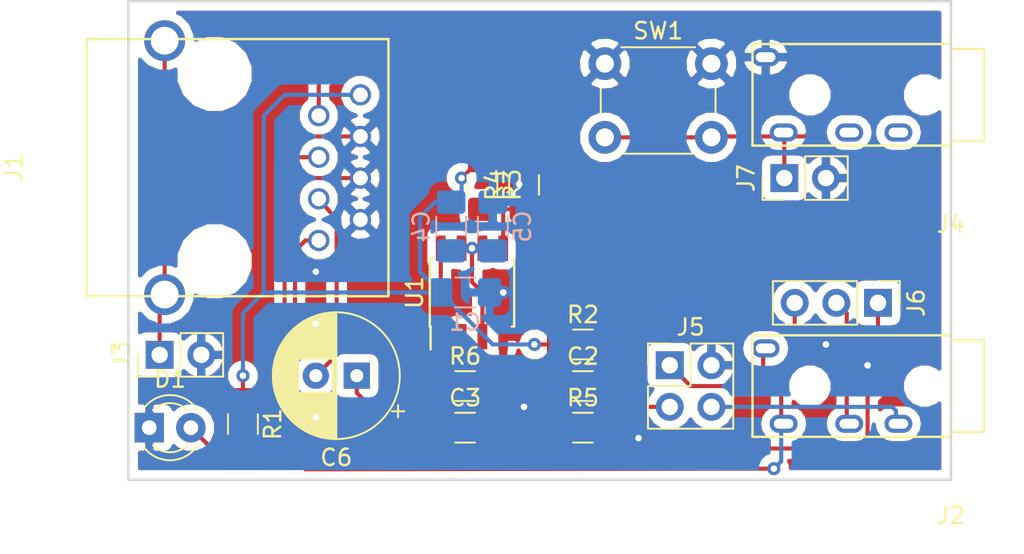
<source format=kicad_pcb>
(kicad_pcb (version 20171130) (host pcbnew 5.0.2-bee76a0~70~ubuntu16.04.1)

  (general
    (thickness 1.6)
    (drawings 4)
    (tracks 120)
    (zones 0)
    (modules 22)
    (nets 20)
  )

  (page A4)
  (layers
    (0 F.Cu signal)
    (31 B.Cu signal)
    (32 B.Adhes user)
    (33 F.Adhes user)
    (34 B.Paste user)
    (35 F.Paste user)
    (36 B.SilkS user)
    (37 F.SilkS user)
    (38 B.Mask user)
    (39 F.Mask user)
    (40 Dwgs.User user)
    (41 Cmts.User user)
    (42 Eco1.User user)
    (43 Eco2.User user)
    (44 Edge.Cuts user)
    (45 Margin user)
    (46 B.CrtYd user)
    (47 F.CrtYd user)
    (48 B.Fab user)
    (49 F.Fab user)
  )

  (setup
    (last_trace_width 0.25)
    (trace_clearance 0.2)
    (zone_clearance 0.508)
    (zone_45_only no)
    (trace_min 0.2)
    (segment_width 0.2)
    (edge_width 0.15)
    (via_size 0.8)
    (via_drill 0.4)
    (via_min_size 0.4)
    (via_min_drill 0.3)
    (uvia_size 0.3)
    (uvia_drill 0.1)
    (uvias_allowed no)
    (uvia_min_size 0.2)
    (uvia_min_drill 0.1)
    (pcb_text_width 0.3)
    (pcb_text_size 1.5 1.5)
    (mod_edge_width 0.15)
    (mod_text_size 1 1)
    (mod_text_width 0.15)
    (pad_size 1.524 1.524)
    (pad_drill 0.762)
    (pad_to_mask_clearance 0.051)
    (solder_mask_min_width 0.25)
    (aux_axis_origin 0 0)
    (visible_elements FFFFFF7F)
    (pcbplotparams
      (layerselection 0x010fc_ffffffff)
      (usegerberextensions false)
      (usegerberattributes false)
      (usegerberadvancedattributes false)
      (creategerberjobfile false)
      (excludeedgelayer true)
      (linewidth 0.100000)
      (plotframeref false)
      (viasonmask false)
      (mode 1)
      (useauxorigin false)
      (hpglpennumber 1)
      (hpglpenspeed 20)
      (hpglpendiameter 15.000000)
      (psnegative false)
      (psa4output false)
      (plotreference true)
      (plotvalue true)
      (plotinvisibletext false)
      (padsonsilk false)
      (subtractmaskfromsilk false)
      (outputformat 1)
      (mirror false)
      (drillshape 1)
      (scaleselection 1)
      (outputdirectory ""))
  )

  (net 0 "")
  (net 1 +12V)
  (net 2 GND)
  (net 3 "Net-(C2-Pad1)")
  (net 4 MicIn)
  (net 5 "Net-(C3-Pad2)")
  (net 6 "Net-(C3-Pad1)")
  (net 7 GNDA)
  (net 8 MicHi)
  (net 9 "Net-(D1-Pad2)")
  (net 10 "Net-(J1-PadSH)")
  (net 11 Rcvr2)
  (net 12 Rcvr1)
  (net 13 PTT)
  (net 14 "Net-(J2-PadR2)")
  (net 15 "Net-(J2-PadR1)")
  (net 16 "Net-(J2-PadS)")
  (net 17 "Net-(J4-PadR1)")
  (net 18 "Net-(J4-PadR2)")
  (net 19 "Net-(R3-Pad2)")

  (net_class Default "This is the default net class."
    (clearance 0.2)
    (trace_width 0.25)
    (via_dia 0.8)
    (via_drill 0.4)
    (uvia_dia 0.3)
    (uvia_drill 0.1)
    (add_net +12V)
    (add_net GND)
    (add_net GNDA)
    (add_net MicHi)
    (add_net MicIn)
    (add_net "Net-(C2-Pad1)")
    (add_net "Net-(C3-Pad1)")
    (add_net "Net-(C3-Pad2)")
    (add_net "Net-(D1-Pad2)")
    (add_net "Net-(J1-PadSH)")
    (add_net "Net-(J2-PadR1)")
    (add_net "Net-(J2-PadR2)")
    (add_net "Net-(J2-PadS)")
    (add_net "Net-(J4-PadR1)")
    (add_net "Net-(J4-PadR2)")
    (add_net "Net-(R3-Pad2)")
    (add_net PTT)
    (add_net Rcvr1)
    (add_net Rcvr2)
  )

  (module Capacitor_SMD:C_1206_3216Metric_Pad1.42x1.75mm_HandSolder (layer B.Cu) (tedit 5B301BBE) (tstamp 5E739462)
    (at 140.5525 128.27)
    (descr "Capacitor SMD 1206 (3216 Metric), square (rectangular) end terminal, IPC_7351 nominal with elongated pad for handsoldering. (Body size source: http://www.tortai-tech.com/upload/download/2011102023233369053.pdf), generated with kicad-footprint-generator")
    (tags "capacitor handsolder")
    (path /5E671C0B)
    (attr smd)
    (fp_text reference C1 (at 0 1.82) (layer B.SilkS)
      (effects (font (size 1 1) (thickness 0.15)) (justify mirror))
    )
    (fp_text value 1uF (at 0 -1.82) (layer B.Fab)
      (effects (font (size 1 1) (thickness 0.15)) (justify mirror))
    )
    (fp_line (start -1.6 -0.8) (end -1.6 0.8) (layer B.Fab) (width 0.1))
    (fp_line (start -1.6 0.8) (end 1.6 0.8) (layer B.Fab) (width 0.1))
    (fp_line (start 1.6 0.8) (end 1.6 -0.8) (layer B.Fab) (width 0.1))
    (fp_line (start 1.6 -0.8) (end -1.6 -0.8) (layer B.Fab) (width 0.1))
    (fp_line (start -0.602064 0.91) (end 0.602064 0.91) (layer B.SilkS) (width 0.12))
    (fp_line (start -0.602064 -0.91) (end 0.602064 -0.91) (layer B.SilkS) (width 0.12))
    (fp_line (start -2.45 -1.12) (end -2.45 1.12) (layer B.CrtYd) (width 0.05))
    (fp_line (start -2.45 1.12) (end 2.45 1.12) (layer B.CrtYd) (width 0.05))
    (fp_line (start 2.45 1.12) (end 2.45 -1.12) (layer B.CrtYd) (width 0.05))
    (fp_line (start 2.45 -1.12) (end -2.45 -1.12) (layer B.CrtYd) (width 0.05))
    (fp_text user %R (at 0 0) (layer B.Fab)
      (effects (font (size 0.8 0.8) (thickness 0.12)) (justify mirror))
    )
    (pad 1 smd roundrect (at -1.4875 0) (size 1.425 1.75) (layers B.Cu B.Paste B.Mask) (roundrect_rratio 0.175439)
      (net 1 +12V))
    (pad 2 smd roundrect (at 1.4875 0) (size 1.425 1.75) (layers B.Cu B.Paste B.Mask) (roundrect_rratio 0.175439)
      (net 2 GND))
    (model ${KISYS3DMOD}/Capacitor_SMD.3dshapes/C_1206_3216Metric.wrl
      (at (xyz 0 0 0))
      (scale (xyz 1 1 1))
      (rotate (xyz 0 0 0))
    )
  )

  (module Capacitor_SMD:C_1206_3216Metric_Pad1.42x1.75mm_HandSolder (layer F.Cu) (tedit 5B301BBE) (tstamp 5E739473)
    (at 147.7375 133.985)
    (descr "Capacitor SMD 1206 (3216 Metric), square (rectangular) end terminal, IPC_7351 nominal with elongated pad for handsoldering. (Body size source: http://www.tortai-tech.com/upload/download/2011102023233369053.pdf), generated with kicad-footprint-generator")
    (tags "capacitor handsolder")
    (path /5E67449C)
    (attr smd)
    (fp_text reference C2 (at 0 -1.82) (layer F.SilkS)
      (effects (font (size 1 1) (thickness 0.15)))
    )
    (fp_text value 1uF (at 0 1.82) (layer F.Fab)
      (effects (font (size 1 1) (thickness 0.15)))
    )
    (fp_line (start -1.6 0.8) (end -1.6 -0.8) (layer F.Fab) (width 0.1))
    (fp_line (start -1.6 -0.8) (end 1.6 -0.8) (layer F.Fab) (width 0.1))
    (fp_line (start 1.6 -0.8) (end 1.6 0.8) (layer F.Fab) (width 0.1))
    (fp_line (start 1.6 0.8) (end -1.6 0.8) (layer F.Fab) (width 0.1))
    (fp_line (start -0.602064 -0.91) (end 0.602064 -0.91) (layer F.SilkS) (width 0.12))
    (fp_line (start -0.602064 0.91) (end 0.602064 0.91) (layer F.SilkS) (width 0.12))
    (fp_line (start -2.45 1.12) (end -2.45 -1.12) (layer F.CrtYd) (width 0.05))
    (fp_line (start -2.45 -1.12) (end 2.45 -1.12) (layer F.CrtYd) (width 0.05))
    (fp_line (start 2.45 -1.12) (end 2.45 1.12) (layer F.CrtYd) (width 0.05))
    (fp_line (start 2.45 1.12) (end -2.45 1.12) (layer F.CrtYd) (width 0.05))
    (fp_text user %R (at 0 0) (layer F.Fab)
      (effects (font (size 0.8 0.8) (thickness 0.12)))
    )
    (pad 1 smd roundrect (at -1.4875 0) (size 1.425 1.75) (layers F.Cu F.Paste F.Mask) (roundrect_rratio 0.175439)
      (net 3 "Net-(C2-Pad1)"))
    (pad 2 smd roundrect (at 1.4875 0) (size 1.425 1.75) (layers F.Cu F.Paste F.Mask) (roundrect_rratio 0.175439)
      (net 4 MicIn))
    (model ${KISYS3DMOD}/Capacitor_SMD.3dshapes/C_1206_3216Metric.wrl
      (at (xyz 0 0 0))
      (scale (xyz 1 1 1))
      (rotate (xyz 0 0 0))
    )
  )

  (module Capacitor_SMD:C_1206_3216Metric_Pad1.42x1.75mm_HandSolder (layer F.Cu) (tedit 5B301BBE) (tstamp 5E739484)
    (at 140.5525 136.525)
    (descr "Capacitor SMD 1206 (3216 Metric), square (rectangular) end terminal, IPC_7351 nominal with elongated pad for handsoldering. (Body size source: http://www.tortai-tech.com/upload/download/2011102023233369053.pdf), generated with kicad-footprint-generator")
    (tags "capacitor handsolder")
    (path /5E677BCE)
    (attr smd)
    (fp_text reference C3 (at 0 -1.82) (layer F.SilkS)
      (effects (font (size 1 1) (thickness 0.15)))
    )
    (fp_text value 1nF (at 0 1.82) (layer F.Fab)
      (effects (font (size 1 1) (thickness 0.15)))
    )
    (fp_text user %R (at 0 0) (layer F.Fab)
      (effects (font (size 0.8 0.8) (thickness 0.12)))
    )
    (fp_line (start 2.45 1.12) (end -2.45 1.12) (layer F.CrtYd) (width 0.05))
    (fp_line (start 2.45 -1.12) (end 2.45 1.12) (layer F.CrtYd) (width 0.05))
    (fp_line (start -2.45 -1.12) (end 2.45 -1.12) (layer F.CrtYd) (width 0.05))
    (fp_line (start -2.45 1.12) (end -2.45 -1.12) (layer F.CrtYd) (width 0.05))
    (fp_line (start -0.602064 0.91) (end 0.602064 0.91) (layer F.SilkS) (width 0.12))
    (fp_line (start -0.602064 -0.91) (end 0.602064 -0.91) (layer F.SilkS) (width 0.12))
    (fp_line (start 1.6 0.8) (end -1.6 0.8) (layer F.Fab) (width 0.1))
    (fp_line (start 1.6 -0.8) (end 1.6 0.8) (layer F.Fab) (width 0.1))
    (fp_line (start -1.6 -0.8) (end 1.6 -0.8) (layer F.Fab) (width 0.1))
    (fp_line (start -1.6 0.8) (end -1.6 -0.8) (layer F.Fab) (width 0.1))
    (pad 2 smd roundrect (at 1.4875 0) (size 1.425 1.75) (layers F.Cu F.Paste F.Mask) (roundrect_rratio 0.175439)
      (net 5 "Net-(C3-Pad2)"))
    (pad 1 smd roundrect (at -1.4875 0) (size 1.425 1.75) (layers F.Cu F.Paste F.Mask) (roundrect_rratio 0.175439)
      (net 6 "Net-(C3-Pad1)"))
    (model ${KISYS3DMOD}/Capacitor_SMD.3dshapes/C_1206_3216Metric.wrl
      (at (xyz 0 0 0))
      (scale (xyz 1 1 1))
      (rotate (xyz 0 0 0))
    )
  )

  (module Capacitor_SMD:C_1206_3216Metric_Pad1.42x1.75mm_HandSolder (layer B.Cu) (tedit 5B301BBE) (tstamp 5E73AAB9)
    (at 139.7 124.2425 270)
    (descr "Capacitor SMD 1206 (3216 Metric), square (rectangular) end terminal, IPC_7351 nominal with elongated pad for handsoldering. (Body size source: http://www.tortai-tech.com/upload/download/2011102023233369053.pdf), generated with kicad-footprint-generator")
    (tags "capacitor handsolder")
    (path /5E6726E6)
    (attr smd)
    (fp_text reference C4 (at 0 1.82 270) (layer B.SilkS)
      (effects (font (size 1 1) (thickness 0.15)) (justify mirror))
    )
    (fp_text value 1uF (at 0 -1.82 270) (layer B.Fab)
      (effects (font (size 1 1) (thickness 0.15)) (justify mirror))
    )
    (fp_line (start -1.6 -0.8) (end -1.6 0.8) (layer B.Fab) (width 0.1))
    (fp_line (start -1.6 0.8) (end 1.6 0.8) (layer B.Fab) (width 0.1))
    (fp_line (start 1.6 0.8) (end 1.6 -0.8) (layer B.Fab) (width 0.1))
    (fp_line (start 1.6 -0.8) (end -1.6 -0.8) (layer B.Fab) (width 0.1))
    (fp_line (start -0.602064 0.91) (end 0.602064 0.91) (layer B.SilkS) (width 0.12))
    (fp_line (start -0.602064 -0.91) (end 0.602064 -0.91) (layer B.SilkS) (width 0.12))
    (fp_line (start -2.45 -1.12) (end -2.45 1.12) (layer B.CrtYd) (width 0.05))
    (fp_line (start -2.45 1.12) (end 2.45 1.12) (layer B.CrtYd) (width 0.05))
    (fp_line (start 2.45 1.12) (end 2.45 -1.12) (layer B.CrtYd) (width 0.05))
    (fp_line (start 2.45 -1.12) (end -2.45 -1.12) (layer B.CrtYd) (width 0.05))
    (fp_text user %R (at 0 0 270) (layer B.Fab)
      (effects (font (size 0.8 0.8) (thickness 0.12)) (justify mirror))
    )
    (pad 1 smd roundrect (at -1.4875 0 270) (size 1.425 1.75) (layers B.Cu B.Paste B.Mask) (roundrect_rratio 0.175439)
      (net 1 +12V))
    (pad 2 smd roundrect (at 1.4875 0 270) (size 1.425 1.75) (layers B.Cu B.Paste B.Mask) (roundrect_rratio 0.175439)
      (net 7 GNDA))
    (model ${KISYS3DMOD}/Capacitor_SMD.3dshapes/C_1206_3216Metric.wrl
      (at (xyz 0 0 0))
      (scale (xyz 1 1 1))
      (rotate (xyz 0 0 0))
    )
  )

  (module Capacitor_SMD:C_1206_3216Metric_Pad1.42x1.75mm_HandSolder (layer B.Cu) (tedit 5B301BBE) (tstamp 5E7394A6)
    (at 142.24 124.2425 90)
    (descr "Capacitor SMD 1206 (3216 Metric), square (rectangular) end terminal, IPC_7351 nominal with elongated pad for handsoldering. (Body size source: http://www.tortai-tech.com/upload/download/2011102023233369053.pdf), generated with kicad-footprint-generator")
    (tags "capacitor handsolder")
    (path /5E67273E)
    (attr smd)
    (fp_text reference C5 (at 0 1.82 90) (layer B.SilkS)
      (effects (font (size 1 1) (thickness 0.15)) (justify mirror))
    )
    (fp_text value 1uF (at 0 -1.82 90) (layer B.Fab)
      (effects (font (size 1 1) (thickness 0.15)) (justify mirror))
    )
    (fp_text user %R (at 0 0 90) (layer B.Fab)
      (effects (font (size 0.8 0.8) (thickness 0.12)) (justify mirror))
    )
    (fp_line (start 2.45 -1.12) (end -2.45 -1.12) (layer B.CrtYd) (width 0.05))
    (fp_line (start 2.45 1.12) (end 2.45 -1.12) (layer B.CrtYd) (width 0.05))
    (fp_line (start -2.45 1.12) (end 2.45 1.12) (layer B.CrtYd) (width 0.05))
    (fp_line (start -2.45 -1.12) (end -2.45 1.12) (layer B.CrtYd) (width 0.05))
    (fp_line (start -0.602064 -0.91) (end 0.602064 -0.91) (layer B.SilkS) (width 0.12))
    (fp_line (start -0.602064 0.91) (end 0.602064 0.91) (layer B.SilkS) (width 0.12))
    (fp_line (start 1.6 -0.8) (end -1.6 -0.8) (layer B.Fab) (width 0.1))
    (fp_line (start 1.6 0.8) (end 1.6 -0.8) (layer B.Fab) (width 0.1))
    (fp_line (start -1.6 0.8) (end 1.6 0.8) (layer B.Fab) (width 0.1))
    (fp_line (start -1.6 -0.8) (end -1.6 0.8) (layer B.Fab) (width 0.1))
    (pad 2 smd roundrect (at 1.4875 0 90) (size 1.425 1.75) (layers B.Cu B.Paste B.Mask) (roundrect_rratio 0.175439)
      (net 2 GND))
    (pad 1 smd roundrect (at -1.4875 0 90) (size 1.425 1.75) (layers B.Cu B.Paste B.Mask) (roundrect_rratio 0.175439)
      (net 7 GNDA))
    (model ${KISYS3DMOD}/Capacitor_SMD.3dshapes/C_1206_3216Metric.wrl
      (at (xyz 0 0 0))
      (scale (xyz 1 1 1))
      (rotate (xyz 0 0 0))
    )
  )

  (module Capacitor_THT:CP_Radial_D7.5mm_P2.50mm (layer F.Cu) (tedit 5AE50EF0) (tstamp 5E739549)
    (at 133.945 133.35 180)
    (descr "CP, Radial series, Radial, pin pitch=2.50mm, , diameter=7.5mm, Electrolytic Capacitor")
    (tags "CP Radial series Radial pin pitch 2.50mm  diameter 7.5mm Electrolytic Capacitor")
    (path /5E676C33)
    (fp_text reference C6 (at 1.25 -5 180) (layer F.SilkS)
      (effects (font (size 1 1) (thickness 0.15)))
    )
    (fp_text value 10uF (at 1.25 5 180) (layer F.Fab)
      (effects (font (size 1 1) (thickness 0.15)))
    )
    (fp_circle (center 1.25 0) (end 5 0) (layer F.Fab) (width 0.1))
    (fp_circle (center 1.25 0) (end 5.12 0) (layer F.SilkS) (width 0.12))
    (fp_circle (center 1.25 0) (end 5.25 0) (layer F.CrtYd) (width 0.05))
    (fp_line (start -1.961233 -1.6375) (end -1.211233 -1.6375) (layer F.Fab) (width 0.1))
    (fp_line (start -1.586233 -2.0125) (end -1.586233 -1.2625) (layer F.Fab) (width 0.1))
    (fp_line (start 1.25 -3.83) (end 1.25 3.83) (layer F.SilkS) (width 0.12))
    (fp_line (start 1.29 -3.83) (end 1.29 3.83) (layer F.SilkS) (width 0.12))
    (fp_line (start 1.33 -3.83) (end 1.33 3.83) (layer F.SilkS) (width 0.12))
    (fp_line (start 1.37 -3.829) (end 1.37 3.829) (layer F.SilkS) (width 0.12))
    (fp_line (start 1.41 -3.827) (end 1.41 3.827) (layer F.SilkS) (width 0.12))
    (fp_line (start 1.45 -3.825) (end 1.45 3.825) (layer F.SilkS) (width 0.12))
    (fp_line (start 1.49 -3.823) (end 1.49 -1.04) (layer F.SilkS) (width 0.12))
    (fp_line (start 1.49 1.04) (end 1.49 3.823) (layer F.SilkS) (width 0.12))
    (fp_line (start 1.53 -3.82) (end 1.53 -1.04) (layer F.SilkS) (width 0.12))
    (fp_line (start 1.53 1.04) (end 1.53 3.82) (layer F.SilkS) (width 0.12))
    (fp_line (start 1.57 -3.817) (end 1.57 -1.04) (layer F.SilkS) (width 0.12))
    (fp_line (start 1.57 1.04) (end 1.57 3.817) (layer F.SilkS) (width 0.12))
    (fp_line (start 1.61 -3.814) (end 1.61 -1.04) (layer F.SilkS) (width 0.12))
    (fp_line (start 1.61 1.04) (end 1.61 3.814) (layer F.SilkS) (width 0.12))
    (fp_line (start 1.65 -3.81) (end 1.65 -1.04) (layer F.SilkS) (width 0.12))
    (fp_line (start 1.65 1.04) (end 1.65 3.81) (layer F.SilkS) (width 0.12))
    (fp_line (start 1.69 -3.805) (end 1.69 -1.04) (layer F.SilkS) (width 0.12))
    (fp_line (start 1.69 1.04) (end 1.69 3.805) (layer F.SilkS) (width 0.12))
    (fp_line (start 1.73 -3.801) (end 1.73 -1.04) (layer F.SilkS) (width 0.12))
    (fp_line (start 1.73 1.04) (end 1.73 3.801) (layer F.SilkS) (width 0.12))
    (fp_line (start 1.77 -3.795) (end 1.77 -1.04) (layer F.SilkS) (width 0.12))
    (fp_line (start 1.77 1.04) (end 1.77 3.795) (layer F.SilkS) (width 0.12))
    (fp_line (start 1.81 -3.79) (end 1.81 -1.04) (layer F.SilkS) (width 0.12))
    (fp_line (start 1.81 1.04) (end 1.81 3.79) (layer F.SilkS) (width 0.12))
    (fp_line (start 1.85 -3.784) (end 1.85 -1.04) (layer F.SilkS) (width 0.12))
    (fp_line (start 1.85 1.04) (end 1.85 3.784) (layer F.SilkS) (width 0.12))
    (fp_line (start 1.89 -3.777) (end 1.89 -1.04) (layer F.SilkS) (width 0.12))
    (fp_line (start 1.89 1.04) (end 1.89 3.777) (layer F.SilkS) (width 0.12))
    (fp_line (start 1.93 -3.77) (end 1.93 -1.04) (layer F.SilkS) (width 0.12))
    (fp_line (start 1.93 1.04) (end 1.93 3.77) (layer F.SilkS) (width 0.12))
    (fp_line (start 1.971 -3.763) (end 1.971 -1.04) (layer F.SilkS) (width 0.12))
    (fp_line (start 1.971 1.04) (end 1.971 3.763) (layer F.SilkS) (width 0.12))
    (fp_line (start 2.011 -3.755) (end 2.011 -1.04) (layer F.SilkS) (width 0.12))
    (fp_line (start 2.011 1.04) (end 2.011 3.755) (layer F.SilkS) (width 0.12))
    (fp_line (start 2.051 -3.747) (end 2.051 -1.04) (layer F.SilkS) (width 0.12))
    (fp_line (start 2.051 1.04) (end 2.051 3.747) (layer F.SilkS) (width 0.12))
    (fp_line (start 2.091 -3.738) (end 2.091 -1.04) (layer F.SilkS) (width 0.12))
    (fp_line (start 2.091 1.04) (end 2.091 3.738) (layer F.SilkS) (width 0.12))
    (fp_line (start 2.131 -3.729) (end 2.131 -1.04) (layer F.SilkS) (width 0.12))
    (fp_line (start 2.131 1.04) (end 2.131 3.729) (layer F.SilkS) (width 0.12))
    (fp_line (start 2.171 -3.72) (end 2.171 -1.04) (layer F.SilkS) (width 0.12))
    (fp_line (start 2.171 1.04) (end 2.171 3.72) (layer F.SilkS) (width 0.12))
    (fp_line (start 2.211 -3.71) (end 2.211 -1.04) (layer F.SilkS) (width 0.12))
    (fp_line (start 2.211 1.04) (end 2.211 3.71) (layer F.SilkS) (width 0.12))
    (fp_line (start 2.251 -3.699) (end 2.251 -1.04) (layer F.SilkS) (width 0.12))
    (fp_line (start 2.251 1.04) (end 2.251 3.699) (layer F.SilkS) (width 0.12))
    (fp_line (start 2.291 -3.688) (end 2.291 -1.04) (layer F.SilkS) (width 0.12))
    (fp_line (start 2.291 1.04) (end 2.291 3.688) (layer F.SilkS) (width 0.12))
    (fp_line (start 2.331 -3.677) (end 2.331 -1.04) (layer F.SilkS) (width 0.12))
    (fp_line (start 2.331 1.04) (end 2.331 3.677) (layer F.SilkS) (width 0.12))
    (fp_line (start 2.371 -3.665) (end 2.371 -1.04) (layer F.SilkS) (width 0.12))
    (fp_line (start 2.371 1.04) (end 2.371 3.665) (layer F.SilkS) (width 0.12))
    (fp_line (start 2.411 -3.653) (end 2.411 -1.04) (layer F.SilkS) (width 0.12))
    (fp_line (start 2.411 1.04) (end 2.411 3.653) (layer F.SilkS) (width 0.12))
    (fp_line (start 2.451 -3.64) (end 2.451 -1.04) (layer F.SilkS) (width 0.12))
    (fp_line (start 2.451 1.04) (end 2.451 3.64) (layer F.SilkS) (width 0.12))
    (fp_line (start 2.491 -3.626) (end 2.491 -1.04) (layer F.SilkS) (width 0.12))
    (fp_line (start 2.491 1.04) (end 2.491 3.626) (layer F.SilkS) (width 0.12))
    (fp_line (start 2.531 -3.613) (end 2.531 -1.04) (layer F.SilkS) (width 0.12))
    (fp_line (start 2.531 1.04) (end 2.531 3.613) (layer F.SilkS) (width 0.12))
    (fp_line (start 2.571 -3.598) (end 2.571 -1.04) (layer F.SilkS) (width 0.12))
    (fp_line (start 2.571 1.04) (end 2.571 3.598) (layer F.SilkS) (width 0.12))
    (fp_line (start 2.611 -3.584) (end 2.611 -1.04) (layer F.SilkS) (width 0.12))
    (fp_line (start 2.611 1.04) (end 2.611 3.584) (layer F.SilkS) (width 0.12))
    (fp_line (start 2.651 -3.568) (end 2.651 -1.04) (layer F.SilkS) (width 0.12))
    (fp_line (start 2.651 1.04) (end 2.651 3.568) (layer F.SilkS) (width 0.12))
    (fp_line (start 2.691 -3.553) (end 2.691 -1.04) (layer F.SilkS) (width 0.12))
    (fp_line (start 2.691 1.04) (end 2.691 3.553) (layer F.SilkS) (width 0.12))
    (fp_line (start 2.731 -3.536) (end 2.731 -1.04) (layer F.SilkS) (width 0.12))
    (fp_line (start 2.731 1.04) (end 2.731 3.536) (layer F.SilkS) (width 0.12))
    (fp_line (start 2.771 -3.52) (end 2.771 -1.04) (layer F.SilkS) (width 0.12))
    (fp_line (start 2.771 1.04) (end 2.771 3.52) (layer F.SilkS) (width 0.12))
    (fp_line (start 2.811 -3.502) (end 2.811 -1.04) (layer F.SilkS) (width 0.12))
    (fp_line (start 2.811 1.04) (end 2.811 3.502) (layer F.SilkS) (width 0.12))
    (fp_line (start 2.851 -3.484) (end 2.851 -1.04) (layer F.SilkS) (width 0.12))
    (fp_line (start 2.851 1.04) (end 2.851 3.484) (layer F.SilkS) (width 0.12))
    (fp_line (start 2.891 -3.466) (end 2.891 -1.04) (layer F.SilkS) (width 0.12))
    (fp_line (start 2.891 1.04) (end 2.891 3.466) (layer F.SilkS) (width 0.12))
    (fp_line (start 2.931 -3.447) (end 2.931 -1.04) (layer F.SilkS) (width 0.12))
    (fp_line (start 2.931 1.04) (end 2.931 3.447) (layer F.SilkS) (width 0.12))
    (fp_line (start 2.971 -3.427) (end 2.971 -1.04) (layer F.SilkS) (width 0.12))
    (fp_line (start 2.971 1.04) (end 2.971 3.427) (layer F.SilkS) (width 0.12))
    (fp_line (start 3.011 -3.407) (end 3.011 -1.04) (layer F.SilkS) (width 0.12))
    (fp_line (start 3.011 1.04) (end 3.011 3.407) (layer F.SilkS) (width 0.12))
    (fp_line (start 3.051 -3.386) (end 3.051 -1.04) (layer F.SilkS) (width 0.12))
    (fp_line (start 3.051 1.04) (end 3.051 3.386) (layer F.SilkS) (width 0.12))
    (fp_line (start 3.091 -3.365) (end 3.091 -1.04) (layer F.SilkS) (width 0.12))
    (fp_line (start 3.091 1.04) (end 3.091 3.365) (layer F.SilkS) (width 0.12))
    (fp_line (start 3.131 -3.343) (end 3.131 -1.04) (layer F.SilkS) (width 0.12))
    (fp_line (start 3.131 1.04) (end 3.131 3.343) (layer F.SilkS) (width 0.12))
    (fp_line (start 3.171 -3.321) (end 3.171 -1.04) (layer F.SilkS) (width 0.12))
    (fp_line (start 3.171 1.04) (end 3.171 3.321) (layer F.SilkS) (width 0.12))
    (fp_line (start 3.211 -3.297) (end 3.211 -1.04) (layer F.SilkS) (width 0.12))
    (fp_line (start 3.211 1.04) (end 3.211 3.297) (layer F.SilkS) (width 0.12))
    (fp_line (start 3.251 -3.274) (end 3.251 -1.04) (layer F.SilkS) (width 0.12))
    (fp_line (start 3.251 1.04) (end 3.251 3.274) (layer F.SilkS) (width 0.12))
    (fp_line (start 3.291 -3.249) (end 3.291 -1.04) (layer F.SilkS) (width 0.12))
    (fp_line (start 3.291 1.04) (end 3.291 3.249) (layer F.SilkS) (width 0.12))
    (fp_line (start 3.331 -3.224) (end 3.331 -1.04) (layer F.SilkS) (width 0.12))
    (fp_line (start 3.331 1.04) (end 3.331 3.224) (layer F.SilkS) (width 0.12))
    (fp_line (start 3.371 -3.198) (end 3.371 -1.04) (layer F.SilkS) (width 0.12))
    (fp_line (start 3.371 1.04) (end 3.371 3.198) (layer F.SilkS) (width 0.12))
    (fp_line (start 3.411 -3.172) (end 3.411 -1.04) (layer F.SilkS) (width 0.12))
    (fp_line (start 3.411 1.04) (end 3.411 3.172) (layer F.SilkS) (width 0.12))
    (fp_line (start 3.451 -3.144) (end 3.451 -1.04) (layer F.SilkS) (width 0.12))
    (fp_line (start 3.451 1.04) (end 3.451 3.144) (layer F.SilkS) (width 0.12))
    (fp_line (start 3.491 -3.116) (end 3.491 -1.04) (layer F.SilkS) (width 0.12))
    (fp_line (start 3.491 1.04) (end 3.491 3.116) (layer F.SilkS) (width 0.12))
    (fp_line (start 3.531 -3.088) (end 3.531 -1.04) (layer F.SilkS) (width 0.12))
    (fp_line (start 3.531 1.04) (end 3.531 3.088) (layer F.SilkS) (width 0.12))
    (fp_line (start 3.571 -3.058) (end 3.571 3.058) (layer F.SilkS) (width 0.12))
    (fp_line (start 3.611 -3.028) (end 3.611 3.028) (layer F.SilkS) (width 0.12))
    (fp_line (start 3.651 -2.996) (end 3.651 2.996) (layer F.SilkS) (width 0.12))
    (fp_line (start 3.691 -2.964) (end 3.691 2.964) (layer F.SilkS) (width 0.12))
    (fp_line (start 3.731 -2.931) (end 3.731 2.931) (layer F.SilkS) (width 0.12))
    (fp_line (start 3.771 -2.898) (end 3.771 2.898) (layer F.SilkS) (width 0.12))
    (fp_line (start 3.811 -2.863) (end 3.811 2.863) (layer F.SilkS) (width 0.12))
    (fp_line (start 3.851 -2.827) (end 3.851 2.827) (layer F.SilkS) (width 0.12))
    (fp_line (start 3.891 -2.79) (end 3.891 2.79) (layer F.SilkS) (width 0.12))
    (fp_line (start 3.931 -2.752) (end 3.931 2.752) (layer F.SilkS) (width 0.12))
    (fp_line (start 3.971 -2.713) (end 3.971 2.713) (layer F.SilkS) (width 0.12))
    (fp_line (start 4.011 -2.673) (end 4.011 2.673) (layer F.SilkS) (width 0.12))
    (fp_line (start 4.051 -2.632) (end 4.051 2.632) (layer F.SilkS) (width 0.12))
    (fp_line (start 4.091 -2.589) (end 4.091 2.589) (layer F.SilkS) (width 0.12))
    (fp_line (start 4.131 -2.546) (end 4.131 2.546) (layer F.SilkS) (width 0.12))
    (fp_line (start 4.171 -2.5) (end 4.171 2.5) (layer F.SilkS) (width 0.12))
    (fp_line (start 4.211 -2.454) (end 4.211 2.454) (layer F.SilkS) (width 0.12))
    (fp_line (start 4.251 -2.405) (end 4.251 2.405) (layer F.SilkS) (width 0.12))
    (fp_line (start 4.291 -2.355) (end 4.291 2.355) (layer F.SilkS) (width 0.12))
    (fp_line (start 4.331 -2.304) (end 4.331 2.304) (layer F.SilkS) (width 0.12))
    (fp_line (start 4.371 -2.25) (end 4.371 2.25) (layer F.SilkS) (width 0.12))
    (fp_line (start 4.411 -2.195) (end 4.411 2.195) (layer F.SilkS) (width 0.12))
    (fp_line (start 4.451 -2.137) (end 4.451 2.137) (layer F.SilkS) (width 0.12))
    (fp_line (start 4.491 -2.077) (end 4.491 2.077) (layer F.SilkS) (width 0.12))
    (fp_line (start 4.531 -2.014) (end 4.531 2.014) (layer F.SilkS) (width 0.12))
    (fp_line (start 4.571 -1.949) (end 4.571 1.949) (layer F.SilkS) (width 0.12))
    (fp_line (start 4.611 -1.881) (end 4.611 1.881) (layer F.SilkS) (width 0.12))
    (fp_line (start 4.651 -1.809) (end 4.651 1.809) (layer F.SilkS) (width 0.12))
    (fp_line (start 4.691 -1.733) (end 4.691 1.733) (layer F.SilkS) (width 0.12))
    (fp_line (start 4.731 -1.654) (end 4.731 1.654) (layer F.SilkS) (width 0.12))
    (fp_line (start 4.771 -1.569) (end 4.771 1.569) (layer F.SilkS) (width 0.12))
    (fp_line (start 4.811 -1.478) (end 4.811 1.478) (layer F.SilkS) (width 0.12))
    (fp_line (start 4.851 -1.381) (end 4.851 1.381) (layer F.SilkS) (width 0.12))
    (fp_line (start 4.891 -1.275) (end 4.891 1.275) (layer F.SilkS) (width 0.12))
    (fp_line (start 4.931 -1.158) (end 4.931 1.158) (layer F.SilkS) (width 0.12))
    (fp_line (start 4.971 -1.028) (end 4.971 1.028) (layer F.SilkS) (width 0.12))
    (fp_line (start 5.011 -0.877) (end 5.011 0.877) (layer F.SilkS) (width 0.12))
    (fp_line (start 5.051 -0.693) (end 5.051 0.693) (layer F.SilkS) (width 0.12))
    (fp_line (start 5.091 -0.441) (end 5.091 0.441) (layer F.SilkS) (width 0.12))
    (fp_line (start -2.892211 -2.175) (end -2.142211 -2.175) (layer F.SilkS) (width 0.12))
    (fp_line (start -2.517211 -2.55) (end -2.517211 -1.8) (layer F.SilkS) (width 0.12))
    (fp_text user %R (at 1.25 0 180) (layer F.Fab)
      (effects (font (size 1 1) (thickness 0.15)))
    )
    (pad 1 thru_hole rect (at 0 0 180) (size 1.6 1.6) (drill 0.8) (layers *.Cu *.Mask)
      (net 6 "Net-(C3-Pad1)"))
    (pad 2 thru_hole circle (at 2.5 0 180) (size 1.6 1.6) (drill 0.8) (layers *.Cu *.Mask)
      (net 8 MicHi))
    (model ${KISYS3DMOD}/Capacitor_THT.3dshapes/CP_Radial_D7.5mm_P2.50mm.wrl
      (at (xyz 0 0 0))
      (scale (xyz 1 1 1))
      (rotate (xyz 0 0 0))
    )
  )

  (module LED_THT:LED_D3.0mm (layer F.Cu) (tedit 587A3A7B) (tstamp 5E73955C)
    (at 121.285 136.525)
    (descr "LED, diameter 3.0mm, 2 pins")
    (tags "LED diameter 3.0mm 2 pins")
    (path /5E67CD58)
    (fp_text reference D1 (at 1.27 -2.96) (layer F.SilkS)
      (effects (font (size 1 1) (thickness 0.15)))
    )
    (fp_text value Power (at 1.27 2.96) (layer F.Fab)
      (effects (font (size 1 1) (thickness 0.15)))
    )
    (fp_arc (start 1.27 0) (end -0.23 -1.16619) (angle 284.3) (layer F.Fab) (width 0.1))
    (fp_arc (start 1.27 0) (end -0.29 -1.235516) (angle 108.8) (layer F.SilkS) (width 0.12))
    (fp_arc (start 1.27 0) (end -0.29 1.235516) (angle -108.8) (layer F.SilkS) (width 0.12))
    (fp_arc (start 1.27 0) (end 0.229039 -1.08) (angle 87.9) (layer F.SilkS) (width 0.12))
    (fp_arc (start 1.27 0) (end 0.229039 1.08) (angle -87.9) (layer F.SilkS) (width 0.12))
    (fp_circle (center 1.27 0) (end 2.77 0) (layer F.Fab) (width 0.1))
    (fp_line (start -0.23 -1.16619) (end -0.23 1.16619) (layer F.Fab) (width 0.1))
    (fp_line (start -0.29 -1.236) (end -0.29 -1.08) (layer F.SilkS) (width 0.12))
    (fp_line (start -0.29 1.08) (end -0.29 1.236) (layer F.SilkS) (width 0.12))
    (fp_line (start -1.15 -2.25) (end -1.15 2.25) (layer F.CrtYd) (width 0.05))
    (fp_line (start -1.15 2.25) (end 3.7 2.25) (layer F.CrtYd) (width 0.05))
    (fp_line (start 3.7 2.25) (end 3.7 -2.25) (layer F.CrtYd) (width 0.05))
    (fp_line (start 3.7 -2.25) (end -1.15 -2.25) (layer F.CrtYd) (width 0.05))
    (pad 1 thru_hole rect (at 0 0) (size 1.8 1.8) (drill 0.9) (layers *.Cu *.Mask)
      (net 2 GND))
    (pad 2 thru_hole circle (at 2.54 0) (size 1.8 1.8) (drill 0.9) (layers *.Cu *.Mask)
      (net 9 "Net-(D1-Pad2)"))
    (model ${KISYS3DMOD}/LED_THT.3dshapes/LED_D3.0mm.wrl
      (at (xyz 0 0 0))
      (scale (xyz 1 1 1))
      (rotate (xyz 0 0 0))
    )
  )

  (module Libraries:RJ-45 (layer F.Cu) (tedit 5DE018BE) (tstamp 5E739570)
    (at 117.475 120.65 90)
    (path /5E6714A4)
    (fp_text reference J1 (at 0 -4.445 90) (layer F.SilkS)
      (effects (font (size 1 1) (thickness 0.15)))
    )
    (fp_text value "ARES Interface" (at 0 -3.175 90) (layer F.Fab)
      (effects (font (size 1 1) (thickness 0.15)))
    )
    (fp_line (start -7.85 18.4) (end -7.85 0) (layer F.SilkS) (width 0.15))
    (fp_line (start 7.85 18.4) (end -7.85 18.4) (layer F.SilkS) (width 0.15))
    (fp_line (start 7.85 0) (end 7.85 18.4) (layer F.SilkS) (width 0.15))
    (fp_line (start -7.85 0) (end 7.85 0) (layer F.SilkS) (width 0.15))
    (pad 5 thru_hole circle (at -0.635 16.69 90) (size 1.3 1.3) (drill 0.9) (layers *.Cu *.Mask)
      (net 2 GND))
    (pad "" np_thru_hole circle (at -5.715 7.8 90) (size 3.5 3.5) (drill 3.5) (layers *.Cu))
    (pad "" np_thru_hole circle (at 5.715 7.8 90) (size 3.5 3.5) (drill 3.5) (layers *.Cu))
    (pad SH thru_hole circle (at 7.75 4.75 90) (size 2.5 2.5) (drill 1.7) (layers *.Cu *.Mask)
      (net 10 "Net-(J1-PadSH)"))
    (pad SH thru_hole circle (at -7.75 4.75 90) (size 2.5 2.5) (drill 1.7) (layers *.Cu *.Mask)
      (net 10 "Net-(J1-PadSH)"))
    (pad 6 thru_hole circle (at -1.905 14.15 90) (size 1.3 1.3) (drill 0.9) (layers *.Cu *.Mask)
      (net 8 MicHi))
    (pad 7 thru_hole circle (at -3.175 16.69 90) (size 1.3 1.3) (drill 0.9) (layers *.Cu *.Mask)
      (net 2 GND))
    (pad 8 thru_hole circle (at -4.445 14.15 90) (size 1.3 1.3) (drill 0.9) (layers *.Cu *.Mask)
      (net 11 Rcvr2))
    (pad 4 thru_hole circle (at 0.635 14.15 90) (size 1.3 1.3) (drill 0.9) (layers *.Cu *.Mask)
      (net 12 Rcvr1))
    (pad 3 thru_hole circle (at 1.905 16.69 90) (size 1.3 1.3) (drill 0.9) (layers *.Cu *.Mask)
      (net 2 GND))
    (pad 2 thru_hole circle (at 3.175 14.15 90) (size 1.3 1.3) (drill 0.9) (layers *.Cu *.Mask)
      (net 13 PTT))
    (pad 1 thru_hole circle (at 4.445 16.69 90) (size 1.3 1.3) (drill 0.9) (layers *.Cu *.Mask)
      (net 1 +12V))
  )

  (module Libraries:Conn-3.5mm-TRRS-PJ-320L (layer F.Cu) (tedit 5E366820) (tstamp 5E73B930)
    (at 170.18 133.985 180)
    (path /5E672988)
    (fp_text reference J2 (at 0 -7.9 180) (layer F.SilkS)
      (effects (font (size 1 1) (thickness 0.15)))
    )
    (fp_text value "PC Headset" (at 0 -9.4 180) (layer F.Fab)
      (effects (font (size 1 1) (thickness 0.15)))
    )
    (fp_line (start 0 -3.1) (end 0 3.1) (layer F.SilkS) (width 0.15))
    (fp_line (start 0 3.1) (end 12.1 3.1) (layer F.SilkS) (width 0.15))
    (fp_line (start 12.1 3.1) (end 12.1 -3.1) (layer F.SilkS) (width 0.15))
    (fp_line (start 12.1 -3.1) (end 0 -3.1) (layer F.SilkS) (width 0.15))
    (fp_line (start 0 -2.8) (end -2 -2.8) (layer F.SilkS) (width 0.15))
    (fp_line (start -2 -2.8) (end -2 2.8) (layer F.SilkS) (width 0.15))
    (fp_line (start -2 2.8) (end 0 2.8) (layer F.SilkS) (width 0.15))
    (pad R2 thru_hole oval (at 3.2 -2.3 180) (size 1.7 1.1) (drill oval 1.2 0.6) (layers *.Cu *.Mask)
      (net 14 "Net-(J2-PadR2)"))
    (pad R1 thru_hole oval (at 6.2 -2.3 180) (size 1.7 1.1) (drill oval 1.2 0.6) (layers *.Cu *.Mask)
      (net 15 "Net-(J2-PadR1)"))
    (pad T thru_hole oval (at 10.2 -2.3 180) (size 1.7 1.1) (drill oval 1.2 0.6) (layers *.Cu *.Mask)
      (net 12 Rcvr1))
    (pad S thru_hole oval (at 11.3 2.3 180) (size 1.7 1.1) (drill oval 1.2 0.6) (layers *.Cu *.Mask)
      (net 16 "Net-(J2-PadS)"))
    (pad "" np_thru_hole circle (at 1.6 0 180) (size 1.5 1.5) (drill 1.5) (layers *.Cu *.Mask))
    (pad "" np_thru_hole circle (at 8.6 0 180) (size 1.5 1.5) (drill 1.5) (layers *.Cu *.Mask))
  )

  (module Connector_PinHeader_2.54mm:PinHeader_1x02_P2.54mm_Vertical (layer F.Cu) (tedit 59FED5CC) (tstamp 5E739597)
    (at 121.92 132.08 90)
    (descr "Through hole straight pin header, 1x02, 2.54mm pitch, single row")
    (tags "Through hole pin header THT 1x02 2.54mm single row")
    (path /5E671759)
    (fp_text reference J3 (at 0 -2.33 90) (layer F.SilkS)
      (effects (font (size 1 1) (thickness 0.15)))
    )
    (fp_text value "Ground Shield" (at 0 4.87 90) (layer F.Fab)
      (effects (font (size 1 1) (thickness 0.15)))
    )
    (fp_line (start -0.635 -1.27) (end 1.27 -1.27) (layer F.Fab) (width 0.1))
    (fp_line (start 1.27 -1.27) (end 1.27 3.81) (layer F.Fab) (width 0.1))
    (fp_line (start 1.27 3.81) (end -1.27 3.81) (layer F.Fab) (width 0.1))
    (fp_line (start -1.27 3.81) (end -1.27 -0.635) (layer F.Fab) (width 0.1))
    (fp_line (start -1.27 -0.635) (end -0.635 -1.27) (layer F.Fab) (width 0.1))
    (fp_line (start -1.33 3.87) (end 1.33 3.87) (layer F.SilkS) (width 0.12))
    (fp_line (start -1.33 1.27) (end -1.33 3.87) (layer F.SilkS) (width 0.12))
    (fp_line (start 1.33 1.27) (end 1.33 3.87) (layer F.SilkS) (width 0.12))
    (fp_line (start -1.33 1.27) (end 1.33 1.27) (layer F.SilkS) (width 0.12))
    (fp_line (start -1.33 0) (end -1.33 -1.33) (layer F.SilkS) (width 0.12))
    (fp_line (start -1.33 -1.33) (end 0 -1.33) (layer F.SilkS) (width 0.12))
    (fp_line (start -1.8 -1.8) (end -1.8 4.35) (layer F.CrtYd) (width 0.05))
    (fp_line (start -1.8 4.35) (end 1.8 4.35) (layer F.CrtYd) (width 0.05))
    (fp_line (start 1.8 4.35) (end 1.8 -1.8) (layer F.CrtYd) (width 0.05))
    (fp_line (start 1.8 -1.8) (end -1.8 -1.8) (layer F.CrtYd) (width 0.05))
    (fp_text user %R (at 0 1.27 180) (layer F.Fab)
      (effects (font (size 1 1) (thickness 0.15)))
    )
    (pad 1 thru_hole rect (at 0 0 90) (size 1.7 1.7) (drill 1) (layers *.Cu *.Mask)
      (net 10 "Net-(J1-PadSH)"))
    (pad 2 thru_hole oval (at 0 2.54 90) (size 1.7 1.7) (drill 1) (layers *.Cu *.Mask)
      (net 2 GND))
    (model ${KISYS3DMOD}/Connector_PinHeader_2.54mm.3dshapes/PinHeader_1x02_P2.54mm_Vertical.wrl
      (at (xyz 0 0 0))
      (scale (xyz 1 1 1))
      (rotate (xyz 0 0 0))
    )
  )

  (module Libraries:Conn-3.5mm-TRRS-PJ-320L (layer F.Cu) (tedit 5E366820) (tstamp 5E7395A8)
    (at 170.18 116.205 180)
    (path /5E67BE15)
    (fp_text reference J4 (at 0 -7.9 180) (layer F.SilkS)
      (effects (font (size 1 1) (thickness 0.15)))
    )
    (fp_text value PTT (at 0 -9.4 180) (layer F.Fab)
      (effects (font (size 1 1) (thickness 0.15)))
    )
    (fp_line (start -2 2.8) (end 0 2.8) (layer F.SilkS) (width 0.15))
    (fp_line (start -2 -2.8) (end -2 2.8) (layer F.SilkS) (width 0.15))
    (fp_line (start 0 -2.8) (end -2 -2.8) (layer F.SilkS) (width 0.15))
    (fp_line (start 12.1 -3.1) (end 0 -3.1) (layer F.SilkS) (width 0.15))
    (fp_line (start 12.1 3.1) (end 12.1 -3.1) (layer F.SilkS) (width 0.15))
    (fp_line (start 0 3.1) (end 12.1 3.1) (layer F.SilkS) (width 0.15))
    (fp_line (start 0 -3.1) (end 0 3.1) (layer F.SilkS) (width 0.15))
    (pad "" np_thru_hole circle (at 8.6 0 180) (size 1.5 1.5) (drill 1.5) (layers *.Cu *.Mask))
    (pad "" np_thru_hole circle (at 1.6 0 180) (size 1.5 1.5) (drill 1.5) (layers *.Cu *.Mask))
    (pad S thru_hole oval (at 11.3 2.3 180) (size 1.7 1.1) (drill oval 1.2 0.6) (layers *.Cu *.Mask)
      (net 2 GND))
    (pad T thru_hole oval (at 10.2 -2.3 180) (size 1.7 1.1) (drill oval 1.2 0.6) (layers *.Cu *.Mask)
      (net 13 PTT))
    (pad R1 thru_hole oval (at 6.2 -2.3 180) (size 1.7 1.1) (drill oval 1.2 0.6) (layers *.Cu *.Mask)
      (net 17 "Net-(J4-PadR1)"))
    (pad R2 thru_hole oval (at 3.2 -2.3 180) (size 1.7 1.1) (drill oval 1.2 0.6) (layers *.Cu *.Mask)
      (net 18 "Net-(J4-PadR2)"))
  )

  (module Connector_PinHeader_2.54mm:PinHeader_2x02_P2.54mm_Vertical (layer F.Cu) (tedit 59FED5CC) (tstamp 5E73B8EE)
    (at 153.035 132.715)
    (descr "Through hole straight pin header, 2x02, 2.54mm pitch, double rows")
    (tags "Through hole pin header THT 2x02 2.54mm double row")
    (path /5E672B30)
    (fp_text reference J5 (at 1.27 -2.33) (layer F.SilkS)
      (effects (font (size 1 1) (thickness 0.15)))
    )
    (fp_text value CTIA/Mumble (at 1.27 4.87) (layer F.Fab)
      (effects (font (size 1 1) (thickness 0.15)))
    )
    (fp_line (start 0 -1.27) (end 3.81 -1.27) (layer F.Fab) (width 0.1))
    (fp_line (start 3.81 -1.27) (end 3.81 3.81) (layer F.Fab) (width 0.1))
    (fp_line (start 3.81 3.81) (end -1.27 3.81) (layer F.Fab) (width 0.1))
    (fp_line (start -1.27 3.81) (end -1.27 0) (layer F.Fab) (width 0.1))
    (fp_line (start -1.27 0) (end 0 -1.27) (layer F.Fab) (width 0.1))
    (fp_line (start -1.33 3.87) (end 3.87 3.87) (layer F.SilkS) (width 0.12))
    (fp_line (start -1.33 1.27) (end -1.33 3.87) (layer F.SilkS) (width 0.12))
    (fp_line (start 3.87 -1.33) (end 3.87 3.87) (layer F.SilkS) (width 0.12))
    (fp_line (start -1.33 1.27) (end 1.27 1.27) (layer F.SilkS) (width 0.12))
    (fp_line (start 1.27 1.27) (end 1.27 -1.33) (layer F.SilkS) (width 0.12))
    (fp_line (start 1.27 -1.33) (end 3.87 -1.33) (layer F.SilkS) (width 0.12))
    (fp_line (start -1.33 0) (end -1.33 -1.33) (layer F.SilkS) (width 0.12))
    (fp_line (start -1.33 -1.33) (end 0 -1.33) (layer F.SilkS) (width 0.12))
    (fp_line (start -1.8 -1.8) (end -1.8 4.35) (layer F.CrtYd) (width 0.05))
    (fp_line (start -1.8 4.35) (end 4.35 4.35) (layer F.CrtYd) (width 0.05))
    (fp_line (start 4.35 4.35) (end 4.35 -1.8) (layer F.CrtYd) (width 0.05))
    (fp_line (start 4.35 -1.8) (end -1.8 -1.8) (layer F.CrtYd) (width 0.05))
    (fp_text user %R (at 1.27 1.27 90) (layer F.Fab)
      (effects (font (size 1 1) (thickness 0.15)))
    )
    (pad 1 thru_hole rect (at 0 0) (size 1.7 1.7) (drill 1) (layers *.Cu *.Mask)
      (net 16 "Net-(J2-PadS)"))
    (pad 2 thru_hole oval (at 2.54 0) (size 1.7 1.7) (drill 1) (layers *.Cu *.Mask)
      (net 2 GND))
    (pad 3 thru_hole oval (at 0 2.54) (size 1.7 1.7) (drill 1) (layers *.Cu *.Mask)
      (net 4 MicIn))
    (pad 4 thru_hole oval (at 2.54 2.54) (size 1.7 1.7) (drill 1) (layers *.Cu *.Mask)
      (net 14 "Net-(J2-PadR2)"))
    (model ${KISYS3DMOD}/Connector_PinHeader_2.54mm.3dshapes/PinHeader_2x02_P2.54mm_Vertical.wrl
      (at (xyz 0 0 0))
      (scale (xyz 1 1 1))
      (rotate (xyz 0 0 0))
    )
  )

  (module Connector_PinHeader_2.54mm:PinHeader_1x03_P2.54mm_Vertical (layer F.Cu) (tedit 59FED5CC) (tstamp 5E73B8A9)
    (at 165.735 128.905 270)
    (descr "Through hole straight pin header, 1x03, 2.54mm pitch, single row")
    (tags "Through hole pin header THT 1x03 2.54mm single row")
    (path /5E67398C)
    (fp_text reference J6 (at 0 -2.33 270) (layer F.SilkS)
      (effects (font (size 1 1) (thickness 0.15)))
    )
    (fp_text value Stereo/Mono (at 0 7.41 270) (layer F.Fab)
      (effects (font (size 1 1) (thickness 0.15)))
    )
    (fp_line (start -0.635 -1.27) (end 1.27 -1.27) (layer F.Fab) (width 0.1))
    (fp_line (start 1.27 -1.27) (end 1.27 6.35) (layer F.Fab) (width 0.1))
    (fp_line (start 1.27 6.35) (end -1.27 6.35) (layer F.Fab) (width 0.1))
    (fp_line (start -1.27 6.35) (end -1.27 -0.635) (layer F.Fab) (width 0.1))
    (fp_line (start -1.27 -0.635) (end -0.635 -1.27) (layer F.Fab) (width 0.1))
    (fp_line (start -1.33 6.41) (end 1.33 6.41) (layer F.SilkS) (width 0.12))
    (fp_line (start -1.33 1.27) (end -1.33 6.41) (layer F.SilkS) (width 0.12))
    (fp_line (start 1.33 1.27) (end 1.33 6.41) (layer F.SilkS) (width 0.12))
    (fp_line (start -1.33 1.27) (end 1.33 1.27) (layer F.SilkS) (width 0.12))
    (fp_line (start -1.33 0) (end -1.33 -1.33) (layer F.SilkS) (width 0.12))
    (fp_line (start -1.33 -1.33) (end 0 -1.33) (layer F.SilkS) (width 0.12))
    (fp_line (start -1.8 -1.8) (end -1.8 6.85) (layer F.CrtYd) (width 0.05))
    (fp_line (start -1.8 6.85) (end 1.8 6.85) (layer F.CrtYd) (width 0.05))
    (fp_line (start 1.8 6.85) (end 1.8 -1.8) (layer F.CrtYd) (width 0.05))
    (fp_line (start 1.8 -1.8) (end -1.8 -1.8) (layer F.CrtYd) (width 0.05))
    (fp_text user %R (at 0 2.54) (layer F.Fab)
      (effects (font (size 1 1) (thickness 0.15)))
    )
    (pad 1 thru_hole rect (at 0 0 270) (size 1.7 1.7) (drill 1) (layers *.Cu *.Mask)
      (net 11 Rcvr2))
    (pad 2 thru_hole oval (at 0 2.54 270) (size 1.7 1.7) (drill 1) (layers *.Cu *.Mask)
      (net 15 "Net-(J2-PadR1)"))
    (pad 3 thru_hole oval (at 0 5.08 270) (size 1.7 1.7) (drill 1) (layers *.Cu *.Mask)
      (net 12 Rcvr1))
    (model ${KISYS3DMOD}/Connector_PinHeader_2.54mm.3dshapes/PinHeader_1x03_P2.54mm_Vertical.wrl
      (at (xyz 0 0 0))
      (scale (xyz 1 1 1))
      (rotate (xyz 0 0 0))
    )
  )

  (module Connector_PinHeader_2.54mm:PinHeader_1x02_P2.54mm_Vertical (layer F.Cu) (tedit 59FED5CC) (tstamp 5E7395EF)
    (at 160.02 121.285 90)
    (descr "Through hole straight pin header, 1x02, 2.54mm pitch, single row")
    (tags "Through hole pin header THT 1x02 2.54mm single row")
    (path /5E67A4E9)
    (fp_text reference J7 (at 0 -2.33 90) (layer F.SilkS)
      (effects (font (size 1 1) (thickness 0.15)))
    )
    (fp_text value PTT (at 0 4.87 90) (layer F.Fab)
      (effects (font (size 1 1) (thickness 0.15)))
    )
    (fp_text user %R (at 0 1.27 180) (layer F.Fab)
      (effects (font (size 1 1) (thickness 0.15)))
    )
    (fp_line (start 1.8 -1.8) (end -1.8 -1.8) (layer F.CrtYd) (width 0.05))
    (fp_line (start 1.8 4.35) (end 1.8 -1.8) (layer F.CrtYd) (width 0.05))
    (fp_line (start -1.8 4.35) (end 1.8 4.35) (layer F.CrtYd) (width 0.05))
    (fp_line (start -1.8 -1.8) (end -1.8 4.35) (layer F.CrtYd) (width 0.05))
    (fp_line (start -1.33 -1.33) (end 0 -1.33) (layer F.SilkS) (width 0.12))
    (fp_line (start -1.33 0) (end -1.33 -1.33) (layer F.SilkS) (width 0.12))
    (fp_line (start -1.33 1.27) (end 1.33 1.27) (layer F.SilkS) (width 0.12))
    (fp_line (start 1.33 1.27) (end 1.33 3.87) (layer F.SilkS) (width 0.12))
    (fp_line (start -1.33 1.27) (end -1.33 3.87) (layer F.SilkS) (width 0.12))
    (fp_line (start -1.33 3.87) (end 1.33 3.87) (layer F.SilkS) (width 0.12))
    (fp_line (start -1.27 -0.635) (end -0.635 -1.27) (layer F.Fab) (width 0.1))
    (fp_line (start -1.27 3.81) (end -1.27 -0.635) (layer F.Fab) (width 0.1))
    (fp_line (start 1.27 3.81) (end -1.27 3.81) (layer F.Fab) (width 0.1))
    (fp_line (start 1.27 -1.27) (end 1.27 3.81) (layer F.Fab) (width 0.1))
    (fp_line (start -0.635 -1.27) (end 1.27 -1.27) (layer F.Fab) (width 0.1))
    (pad 2 thru_hole oval (at 0 2.54 90) (size 1.7 1.7) (drill 1) (layers *.Cu *.Mask)
      (net 2 GND))
    (pad 1 thru_hole rect (at 0 0 90) (size 1.7 1.7) (drill 1) (layers *.Cu *.Mask)
      (net 13 PTT))
    (model ${KISYS3DMOD}/Connector_PinHeader_2.54mm.3dshapes/PinHeader_1x02_P2.54mm_Vertical.wrl
      (at (xyz 0 0 0))
      (scale (xyz 1 1 1))
      (rotate (xyz 0 0 0))
    )
  )

  (module Resistor_SMD:R_1206_3216Metric_Pad1.42x1.75mm_HandSolder (layer F.Cu) (tedit 5B301BBD) (tstamp 5E739600)
    (at 127 136.3075 270)
    (descr "Resistor SMD 1206 (3216 Metric), square (rectangular) end terminal, IPC_7351 nominal with elongated pad for handsoldering. (Body size source: http://www.tortai-tech.com/upload/download/2011102023233369053.pdf), generated with kicad-footprint-generator")
    (tags "resistor handsolder")
    (path /5E67CE94)
    (attr smd)
    (fp_text reference R1 (at 0 -1.82 270) (layer F.SilkS)
      (effects (font (size 1 1) (thickness 0.15)))
    )
    (fp_text value 10k (at 0 1.82 270) (layer F.Fab)
      (effects (font (size 1 1) (thickness 0.15)))
    )
    (fp_text user %R (at 0 0 270) (layer F.Fab)
      (effects (font (size 0.8 0.8) (thickness 0.12)))
    )
    (fp_line (start 2.45 1.12) (end -2.45 1.12) (layer F.CrtYd) (width 0.05))
    (fp_line (start 2.45 -1.12) (end 2.45 1.12) (layer F.CrtYd) (width 0.05))
    (fp_line (start -2.45 -1.12) (end 2.45 -1.12) (layer F.CrtYd) (width 0.05))
    (fp_line (start -2.45 1.12) (end -2.45 -1.12) (layer F.CrtYd) (width 0.05))
    (fp_line (start -0.602064 0.91) (end 0.602064 0.91) (layer F.SilkS) (width 0.12))
    (fp_line (start -0.602064 -0.91) (end 0.602064 -0.91) (layer F.SilkS) (width 0.12))
    (fp_line (start 1.6 0.8) (end -1.6 0.8) (layer F.Fab) (width 0.1))
    (fp_line (start 1.6 -0.8) (end 1.6 0.8) (layer F.Fab) (width 0.1))
    (fp_line (start -1.6 -0.8) (end 1.6 -0.8) (layer F.Fab) (width 0.1))
    (fp_line (start -1.6 0.8) (end -1.6 -0.8) (layer F.Fab) (width 0.1))
    (pad 2 smd roundrect (at 1.4875 0 270) (size 1.425 1.75) (layers F.Cu F.Paste F.Mask) (roundrect_rratio 0.175439)
      (net 9 "Net-(D1-Pad2)"))
    (pad 1 smd roundrect (at -1.4875 0 270) (size 1.425 1.75) (layers F.Cu F.Paste F.Mask) (roundrect_rratio 0.175439)
      (net 1 +12V))
    (model ${KISYS3DMOD}/Resistor_SMD.3dshapes/R_1206_3216Metric.wrl
      (at (xyz 0 0 0))
      (scale (xyz 1 1 1))
      (rotate (xyz 0 0 0))
    )
  )

  (module Resistor_SMD:R_1206_3216Metric_Pad1.42x1.75mm_HandSolder (layer F.Cu) (tedit 5B301BBD) (tstamp 5E739611)
    (at 147.7375 131.445)
    (descr "Resistor SMD 1206 (3216 Metric), square (rectangular) end terminal, IPC_7351 nominal with elongated pad for handsoldering. (Body size source: http://www.tortai-tech.com/upload/download/2011102023233369053.pdf), generated with kicad-footprint-generator")
    (tags "resistor handsolder")
    (path /5E673EAF)
    (attr smd)
    (fp_text reference R2 (at 0 -1.82) (layer F.SilkS)
      (effects (font (size 1 1) (thickness 0.15)))
    )
    (fp_text value 10k (at 0 1.82) (layer F.Fab)
      (effects (font (size 1 1) (thickness 0.15)))
    )
    (fp_line (start -1.6 0.8) (end -1.6 -0.8) (layer F.Fab) (width 0.1))
    (fp_line (start -1.6 -0.8) (end 1.6 -0.8) (layer F.Fab) (width 0.1))
    (fp_line (start 1.6 -0.8) (end 1.6 0.8) (layer F.Fab) (width 0.1))
    (fp_line (start 1.6 0.8) (end -1.6 0.8) (layer F.Fab) (width 0.1))
    (fp_line (start -0.602064 -0.91) (end 0.602064 -0.91) (layer F.SilkS) (width 0.12))
    (fp_line (start -0.602064 0.91) (end 0.602064 0.91) (layer F.SilkS) (width 0.12))
    (fp_line (start -2.45 1.12) (end -2.45 -1.12) (layer F.CrtYd) (width 0.05))
    (fp_line (start -2.45 -1.12) (end 2.45 -1.12) (layer F.CrtYd) (width 0.05))
    (fp_line (start 2.45 -1.12) (end 2.45 1.12) (layer F.CrtYd) (width 0.05))
    (fp_line (start 2.45 1.12) (end -2.45 1.12) (layer F.CrtYd) (width 0.05))
    (fp_text user %R (at 0 0) (layer F.Fab)
      (effects (font (size 0.8 0.8) (thickness 0.12)))
    )
    (pad 1 smd roundrect (at -1.4875 0) (size 1.425 1.75) (layers F.Cu F.Paste F.Mask) (roundrect_rratio 0.175439)
      (net 1 +12V))
    (pad 2 smd roundrect (at 1.4875 0) (size 1.425 1.75) (layers F.Cu F.Paste F.Mask) (roundrect_rratio 0.175439)
      (net 4 MicIn))
    (model ${KISYS3DMOD}/Resistor_SMD.3dshapes/R_1206_3216Metric.wrl
      (at (xyz 0 0 0))
      (scale (xyz 1 1 1))
      (rotate (xyz 0 0 0))
    )
  )

  (module Resistor_SMD:R_1206_3216Metric_Pad1.42x1.75mm_HandSolder (layer F.Cu) (tedit 5B301BBD) (tstamp 5E739622)
    (at 141.605 121.7025 270)
    (descr "Resistor SMD 1206 (3216 Metric), square (rectangular) end terminal, IPC_7351 nominal with elongated pad for handsoldering. (Body size source: http://www.tortai-tech.com/upload/download/2011102023233369053.pdf), generated with kicad-footprint-generator")
    (tags "resistor handsolder")
    (path /5E6722AD)
    (attr smd)
    (fp_text reference R3 (at 0 -1.82 270) (layer F.SilkS)
      (effects (font (size 1 1) (thickness 0.15)))
    )
    (fp_text value 10k (at 0 1.82 270) (layer F.Fab)
      (effects (font (size 1 1) (thickness 0.15)))
    )
    (fp_text user %R (at 0 0 270) (layer F.Fab)
      (effects (font (size 0.8 0.8) (thickness 0.12)))
    )
    (fp_line (start 2.45 1.12) (end -2.45 1.12) (layer F.CrtYd) (width 0.05))
    (fp_line (start 2.45 -1.12) (end 2.45 1.12) (layer F.CrtYd) (width 0.05))
    (fp_line (start -2.45 -1.12) (end 2.45 -1.12) (layer F.CrtYd) (width 0.05))
    (fp_line (start -2.45 1.12) (end -2.45 -1.12) (layer F.CrtYd) (width 0.05))
    (fp_line (start -0.602064 0.91) (end 0.602064 0.91) (layer F.SilkS) (width 0.12))
    (fp_line (start -0.602064 -0.91) (end 0.602064 -0.91) (layer F.SilkS) (width 0.12))
    (fp_line (start 1.6 0.8) (end -1.6 0.8) (layer F.Fab) (width 0.1))
    (fp_line (start 1.6 -0.8) (end 1.6 0.8) (layer F.Fab) (width 0.1))
    (fp_line (start -1.6 -0.8) (end 1.6 -0.8) (layer F.Fab) (width 0.1))
    (fp_line (start -1.6 0.8) (end -1.6 -0.8) (layer F.Fab) (width 0.1))
    (pad 2 smd roundrect (at 1.4875 0 270) (size 1.425 1.75) (layers F.Cu F.Paste F.Mask) (roundrect_rratio 0.175439)
      (net 19 "Net-(R3-Pad2)"))
    (pad 1 smd roundrect (at -1.4875 0 270) (size 1.425 1.75) (layers F.Cu F.Paste F.Mask) (roundrect_rratio 0.175439)
      (net 1 +12V))
    (model ${KISYS3DMOD}/Resistor_SMD.3dshapes/R_1206_3216Metric.wrl
      (at (xyz 0 0 0))
      (scale (xyz 1 1 1))
      (rotate (xyz 0 0 0))
    )
  )

  (module Resistor_SMD:R_1206_3216Metric_Pad1.42x1.75mm_HandSolder (layer F.Cu) (tedit 5B301BBD) (tstamp 5E739633)
    (at 144.145 121.7025 90)
    (descr "Resistor SMD 1206 (3216 Metric), square (rectangular) end terminal, IPC_7351 nominal with elongated pad for handsoldering. (Body size source: http://www.tortai-tech.com/upload/download/2011102023233369053.pdf), generated with kicad-footprint-generator")
    (tags "resistor handsolder")
    (path /5E6722EF)
    (attr smd)
    (fp_text reference R4 (at 0 -1.82 90) (layer F.SilkS)
      (effects (font (size 1 1) (thickness 0.15)))
    )
    (fp_text value 10k (at 0 1.82 90) (layer F.Fab)
      (effects (font (size 1 1) (thickness 0.15)))
    )
    (fp_line (start -1.6 0.8) (end -1.6 -0.8) (layer F.Fab) (width 0.1))
    (fp_line (start -1.6 -0.8) (end 1.6 -0.8) (layer F.Fab) (width 0.1))
    (fp_line (start 1.6 -0.8) (end 1.6 0.8) (layer F.Fab) (width 0.1))
    (fp_line (start 1.6 0.8) (end -1.6 0.8) (layer F.Fab) (width 0.1))
    (fp_line (start -0.602064 -0.91) (end 0.602064 -0.91) (layer F.SilkS) (width 0.12))
    (fp_line (start -0.602064 0.91) (end 0.602064 0.91) (layer F.SilkS) (width 0.12))
    (fp_line (start -2.45 1.12) (end -2.45 -1.12) (layer F.CrtYd) (width 0.05))
    (fp_line (start -2.45 -1.12) (end 2.45 -1.12) (layer F.CrtYd) (width 0.05))
    (fp_line (start 2.45 -1.12) (end 2.45 1.12) (layer F.CrtYd) (width 0.05))
    (fp_line (start 2.45 1.12) (end -2.45 1.12) (layer F.CrtYd) (width 0.05))
    (fp_text user %R (at 0 0 90) (layer F.Fab)
      (effects (font (size 0.8 0.8) (thickness 0.12)))
    )
    (pad 1 smd roundrect (at -1.4875 0 90) (size 1.425 1.75) (layers F.Cu F.Paste F.Mask) (roundrect_rratio 0.175439)
      (net 19 "Net-(R3-Pad2)"))
    (pad 2 smd roundrect (at 1.4875 0 90) (size 1.425 1.75) (layers F.Cu F.Paste F.Mask) (roundrect_rratio 0.175439)
      (net 2 GND))
    (model ${KISYS3DMOD}/Resistor_SMD.3dshapes/R_1206_3216Metric.wrl
      (at (xyz 0 0 0))
      (scale (xyz 1 1 1))
      (rotate (xyz 0 0 0))
    )
  )

  (module Resistor_SMD:R_1206_3216Metric_Pad1.42x1.75mm_HandSolder (layer F.Cu) (tedit 5B301BBD) (tstamp 5E739644)
    (at 147.7375 136.525)
    (descr "Resistor SMD 1206 (3216 Metric), square (rectangular) end terminal, IPC_7351 nominal with elongated pad for handsoldering. (Body size source: http://www.tortai-tech.com/upload/download/2011102023233369053.pdf), generated with kicad-footprint-generator")
    (tags "resistor handsolder")
    (path /5E6743AE)
    (attr smd)
    (fp_text reference R5 (at 0 -1.82) (layer F.SilkS)
      (effects (font (size 1 1) (thickness 0.15)))
    )
    (fp_text value 1k (at 0 1.82) (layer F.Fab)
      (effects (font (size 1 1) (thickness 0.15)))
    )
    (fp_text user %R (at 0 0) (layer F.Fab)
      (effects (font (size 0.8 0.8) (thickness 0.12)))
    )
    (fp_line (start 2.45 1.12) (end -2.45 1.12) (layer F.CrtYd) (width 0.05))
    (fp_line (start 2.45 -1.12) (end 2.45 1.12) (layer F.CrtYd) (width 0.05))
    (fp_line (start -2.45 -1.12) (end 2.45 -1.12) (layer F.CrtYd) (width 0.05))
    (fp_line (start -2.45 1.12) (end -2.45 -1.12) (layer F.CrtYd) (width 0.05))
    (fp_line (start -0.602064 0.91) (end 0.602064 0.91) (layer F.SilkS) (width 0.12))
    (fp_line (start -0.602064 -0.91) (end 0.602064 -0.91) (layer F.SilkS) (width 0.12))
    (fp_line (start 1.6 0.8) (end -1.6 0.8) (layer F.Fab) (width 0.1))
    (fp_line (start 1.6 -0.8) (end 1.6 0.8) (layer F.Fab) (width 0.1))
    (fp_line (start -1.6 -0.8) (end 1.6 -0.8) (layer F.Fab) (width 0.1))
    (fp_line (start -1.6 0.8) (end -1.6 -0.8) (layer F.Fab) (width 0.1))
    (pad 2 smd roundrect (at 1.4875 0) (size 1.425 1.75) (layers F.Cu F.Paste F.Mask) (roundrect_rratio 0.175439)
      (net 3 "Net-(C2-Pad1)"))
    (pad 1 smd roundrect (at -1.4875 0) (size 1.425 1.75) (layers F.Cu F.Paste F.Mask) (roundrect_rratio 0.175439)
      (net 5 "Net-(C3-Pad2)"))
    (model ${KISYS3DMOD}/Resistor_SMD.3dshapes/R_1206_3216Metric.wrl
      (at (xyz 0 0 0))
      (scale (xyz 1 1 1))
      (rotate (xyz 0 0 0))
    )
  )

  (module Resistor_SMD:R_1206_3216Metric_Pad1.42x1.75mm_HandSolder (layer F.Cu) (tedit 5B301BBD) (tstamp 5E739655)
    (at 140.5525 133.985)
    (descr "Resistor SMD 1206 (3216 Metric), square (rectangular) end terminal, IPC_7351 nominal with elongated pad for handsoldering. (Body size source: http://www.tortai-tech.com/upload/download/2011102023233369053.pdf), generated with kicad-footprint-generator")
    (tags "resistor handsolder")
    (path /5E675818)
    (attr smd)
    (fp_text reference R6 (at 0 -1.82) (layer F.SilkS)
      (effects (font (size 1 1) (thickness 0.15)))
    )
    (fp_text value 10k (at 0 1.82) (layer F.Fab)
      (effects (font (size 1 1) (thickness 0.15)))
    )
    (fp_line (start -1.6 0.8) (end -1.6 -0.8) (layer F.Fab) (width 0.1))
    (fp_line (start -1.6 -0.8) (end 1.6 -0.8) (layer F.Fab) (width 0.1))
    (fp_line (start 1.6 -0.8) (end 1.6 0.8) (layer F.Fab) (width 0.1))
    (fp_line (start 1.6 0.8) (end -1.6 0.8) (layer F.Fab) (width 0.1))
    (fp_line (start -0.602064 -0.91) (end 0.602064 -0.91) (layer F.SilkS) (width 0.12))
    (fp_line (start -0.602064 0.91) (end 0.602064 0.91) (layer F.SilkS) (width 0.12))
    (fp_line (start -2.45 1.12) (end -2.45 -1.12) (layer F.CrtYd) (width 0.05))
    (fp_line (start -2.45 -1.12) (end 2.45 -1.12) (layer F.CrtYd) (width 0.05))
    (fp_line (start 2.45 -1.12) (end 2.45 1.12) (layer F.CrtYd) (width 0.05))
    (fp_line (start 2.45 1.12) (end -2.45 1.12) (layer F.CrtYd) (width 0.05))
    (fp_text user %R (at 0 0) (layer F.Fab)
      (effects (font (size 0.8 0.8) (thickness 0.12)))
    )
    (pad 1 smd roundrect (at -1.4875 0) (size 1.425 1.75) (layers F.Cu F.Paste F.Mask) (roundrect_rratio 0.175439)
      (net 6 "Net-(C3-Pad1)"))
    (pad 2 smd roundrect (at 1.4875 0) (size 1.425 1.75) (layers F.Cu F.Paste F.Mask) (roundrect_rratio 0.175439)
      (net 5 "Net-(C3-Pad2)"))
    (model ${KISYS3DMOD}/Resistor_SMD.3dshapes/R_1206_3216Metric.wrl
      (at (xyz 0 0 0))
      (scale (xyz 1 1 1))
      (rotate (xyz 0 0 0))
    )
  )

  (module Button_Switch_THT:SW_PUSH_6mm_H8mm (layer F.Cu) (tedit 5A02FE31) (tstamp 5E739674)
    (at 149.075 114.3)
    (descr "tactile push button, 6x6mm e.g. PHAP33xx series, height=8mm")
    (tags "tact sw push 6mm")
    (path /5E678EBB)
    (fp_text reference SW1 (at 3.25 -2) (layer F.SilkS)
      (effects (font (size 1 1) (thickness 0.15)))
    )
    (fp_text value PTT (at 3.75 6.7) (layer F.Fab)
      (effects (font (size 1 1) (thickness 0.15)))
    )
    (fp_text user %R (at 3.25 2.25) (layer F.Fab)
      (effects (font (size 1 1) (thickness 0.15)))
    )
    (fp_line (start 3.25 -0.75) (end 6.25 -0.75) (layer F.Fab) (width 0.1))
    (fp_line (start 6.25 -0.75) (end 6.25 5.25) (layer F.Fab) (width 0.1))
    (fp_line (start 6.25 5.25) (end 0.25 5.25) (layer F.Fab) (width 0.1))
    (fp_line (start 0.25 5.25) (end 0.25 -0.75) (layer F.Fab) (width 0.1))
    (fp_line (start 0.25 -0.75) (end 3.25 -0.75) (layer F.Fab) (width 0.1))
    (fp_line (start 7.75 6) (end 8 6) (layer F.CrtYd) (width 0.05))
    (fp_line (start 8 6) (end 8 5.75) (layer F.CrtYd) (width 0.05))
    (fp_line (start 7.75 -1.5) (end 8 -1.5) (layer F.CrtYd) (width 0.05))
    (fp_line (start 8 -1.5) (end 8 -1.25) (layer F.CrtYd) (width 0.05))
    (fp_line (start -1.5 -1.25) (end -1.5 -1.5) (layer F.CrtYd) (width 0.05))
    (fp_line (start -1.5 -1.5) (end -1.25 -1.5) (layer F.CrtYd) (width 0.05))
    (fp_line (start -1.5 5.75) (end -1.5 6) (layer F.CrtYd) (width 0.05))
    (fp_line (start -1.5 6) (end -1.25 6) (layer F.CrtYd) (width 0.05))
    (fp_line (start -1.25 -1.5) (end 7.75 -1.5) (layer F.CrtYd) (width 0.05))
    (fp_line (start -1.5 5.75) (end -1.5 -1.25) (layer F.CrtYd) (width 0.05))
    (fp_line (start 7.75 6) (end -1.25 6) (layer F.CrtYd) (width 0.05))
    (fp_line (start 8 -1.25) (end 8 5.75) (layer F.CrtYd) (width 0.05))
    (fp_line (start 1 5.5) (end 5.5 5.5) (layer F.SilkS) (width 0.12))
    (fp_line (start -0.25 1.5) (end -0.25 3) (layer F.SilkS) (width 0.12))
    (fp_line (start 5.5 -1) (end 1 -1) (layer F.SilkS) (width 0.12))
    (fp_line (start 6.75 3) (end 6.75 1.5) (layer F.SilkS) (width 0.12))
    (fp_circle (center 3.25 2.25) (end 1.25 2.5) (layer F.Fab) (width 0.1))
    (pad 2 thru_hole circle (at 0 4.5 90) (size 2 2) (drill 1.1) (layers *.Cu *.Mask)
      (net 13 PTT))
    (pad 1 thru_hole circle (at 0 0 90) (size 2 2) (drill 1.1) (layers *.Cu *.Mask)
      (net 2 GND))
    (pad 2 thru_hole circle (at 6.5 4.5 90) (size 2 2) (drill 1.1) (layers *.Cu *.Mask)
      (net 13 PTT))
    (pad 1 thru_hole circle (at 6.5 0 90) (size 2 2) (drill 1.1) (layers *.Cu *.Mask)
      (net 2 GND))
    (model ${KISYS3DMOD}/Button_Switch_THT.3dshapes/SW_PUSH_6mm_H8mm.wrl
      (at (xyz 0 0 0))
      (scale (xyz 1 1 1))
      (rotate (xyz 0 0 0))
    )
  )

  (module Package_SO:SOIC-8_3.9x4.9mm_P1.27mm (layer F.Cu) (tedit 5A02F2D3) (tstamp 5E739691)
    (at 140.97 128.27 90)
    (descr "8-Lead Plastic Small Outline (SN) - Narrow, 3.90 mm Body [SOIC] (see Microchip Packaging Specification http://ww1.microchip.com/downloads/en/PackagingSpec/00000049BQ.pdf)")
    (tags "SOIC 1.27")
    (path /5E671DA8)
    (attr smd)
    (fp_text reference U1 (at 0 -3.5 90) (layer F.SilkS)
      (effects (font (size 1 1) (thickness 0.15)))
    )
    (fp_text value TL072 (at 0 3.5 90) (layer F.Fab)
      (effects (font (size 1 1) (thickness 0.15)))
    )
    (fp_text user %R (at 0 0 90) (layer F.Fab)
      (effects (font (size 1 1) (thickness 0.15)))
    )
    (fp_line (start -0.95 -2.45) (end 1.95 -2.45) (layer F.Fab) (width 0.1))
    (fp_line (start 1.95 -2.45) (end 1.95 2.45) (layer F.Fab) (width 0.1))
    (fp_line (start 1.95 2.45) (end -1.95 2.45) (layer F.Fab) (width 0.1))
    (fp_line (start -1.95 2.45) (end -1.95 -1.45) (layer F.Fab) (width 0.1))
    (fp_line (start -1.95 -1.45) (end -0.95 -2.45) (layer F.Fab) (width 0.1))
    (fp_line (start -3.73 -2.7) (end -3.73 2.7) (layer F.CrtYd) (width 0.05))
    (fp_line (start 3.73 -2.7) (end 3.73 2.7) (layer F.CrtYd) (width 0.05))
    (fp_line (start -3.73 -2.7) (end 3.73 -2.7) (layer F.CrtYd) (width 0.05))
    (fp_line (start -3.73 2.7) (end 3.73 2.7) (layer F.CrtYd) (width 0.05))
    (fp_line (start -2.075 -2.575) (end -2.075 -2.525) (layer F.SilkS) (width 0.15))
    (fp_line (start 2.075 -2.575) (end 2.075 -2.43) (layer F.SilkS) (width 0.15))
    (fp_line (start 2.075 2.575) (end 2.075 2.43) (layer F.SilkS) (width 0.15))
    (fp_line (start -2.075 2.575) (end -2.075 2.43) (layer F.SilkS) (width 0.15))
    (fp_line (start -2.075 -2.575) (end 2.075 -2.575) (layer F.SilkS) (width 0.15))
    (fp_line (start -2.075 2.575) (end 2.075 2.575) (layer F.SilkS) (width 0.15))
    (fp_line (start -2.075 -2.525) (end -3.475 -2.525) (layer F.SilkS) (width 0.15))
    (pad 1 smd rect (at -2.7 -1.905 90) (size 1.55 0.6) (layers F.Cu F.Paste F.Mask)
      (net 6 "Net-(C3-Pad1)"))
    (pad 2 smd rect (at -2.7 -0.635 90) (size 1.55 0.6) (layers F.Cu F.Paste F.Mask)
      (net 5 "Net-(C3-Pad2)"))
    (pad 3 smd rect (at -2.7 0.635 90) (size 1.55 0.6) (layers F.Cu F.Paste F.Mask)
      (net 7 GNDA))
    (pad 4 smd rect (at -2.7 1.905 90) (size 1.55 0.6) (layers F.Cu F.Paste F.Mask)
      (net 2 GND))
    (pad 5 smd rect (at 2.7 1.905 90) (size 1.55 0.6) (layers F.Cu F.Paste F.Mask)
      (net 19 "Net-(R3-Pad2)"))
    (pad 6 smd rect (at 2.7 0.635 90) (size 1.55 0.6) (layers F.Cu F.Paste F.Mask)
      (net 7 GNDA))
    (pad 7 smd rect (at 2.7 -0.635 90) (size 1.55 0.6) (layers F.Cu F.Paste F.Mask)
      (net 7 GNDA))
    (pad 8 smd rect (at 2.7 -1.905 90) (size 1.55 0.6) (layers F.Cu F.Paste F.Mask)
      (net 1 +12V))
    (model ${KISYS3DMOD}/Package_SO.3dshapes/SOIC-8_3.9x4.9mm_P1.27mm.wrl
      (at (xyz 0 0 0))
      (scale (xyz 1 1 1))
      (rotate (xyz 0 0 0))
    )
  )

  (gr_line (start 120.015 139.7) (end 120.015 110.49) (layer Edge.Cuts) (width 0.15))
  (gr_line (start 170.18 139.7) (end 120.015 139.7) (layer Edge.Cuts) (width 0.15))
  (gr_line (start 170.18 110.49) (end 170.18 139.7) (layer Edge.Cuts) (width 0.15))
  (gr_line (start 120.015 110.49) (end 170.18 110.49) (layer Edge.Cuts) (width 0.15))

  (via (at 144.78 131.445) (size 0.8) (drill 0.4) (layers F.Cu B.Cu) (net 1))
  (segment (start 146.25 131.445) (end 144.78 131.445) (width 0.25) (layer F.Cu) (net 1))
  (via (at 127 133.35) (size 0.8) (drill 0.4) (layers F.Cu B.Cu) (net 1))
  (segment (start 127 134.82) (end 127 133.35) (width 0.25) (layer F.Cu) (net 1))
  (via (at 140.335 121.285) (size 0.8) (drill 0.4) (layers F.Cu B.Cu) (net 1))
  (segment (start 141.405 120.215) (end 140.335 121.285) (width 0.25) (layer F.Cu) (net 1))
  (segment (start 141.605 120.215) (end 141.405 120.215) (width 0.25) (layer F.Cu) (net 1))
  (segment (start 139.065 125.57) (end 139.065 127.635) (width 0.25) (layer F.Cu) (net 1))
  (segment (start 140.335 122.12) (end 139.7 122.755) (width 0.25) (layer B.Cu) (net 1))
  (segment (start 140.335 121.285) (end 140.335 122.12) (width 0.25) (layer B.Cu) (net 1))
  (segment (start 138.725 122.755) (end 137.795 123.685) (width 0.25) (layer B.Cu) (net 1))
  (segment (start 139.7 122.755) (end 138.725 122.755) (width 0.25) (layer B.Cu) (net 1))
  (segment (start 137.795 127) (end 139.065 128.27) (width 0.25) (layer B.Cu) (net 1))
  (segment (start 137.795 123.685) (end 137.795 127) (width 0.25) (layer B.Cu) (net 1))
  (segment (start 142.24 131.445) (end 139.065 128.27) (width 0.25) (layer B.Cu) (net 1))
  (segment (start 144.78 131.445) (end 142.24 131.445) (width 0.25) (layer B.Cu) (net 1))
  (segment (start 128.27 128.27) (end 139.065 128.27) (width 0.25) (layer B.Cu) (net 1))
  (segment (start 127 129.54) (end 128.27 128.27) (width 0.25) (layer B.Cu) (net 1))
  (segment (start 127 133.35) (end 127 129.54) (width 0.25) (layer B.Cu) (net 1))
  (segment (start 129.54 116.205) (end 134.165 116.205) (width 0.25) (layer B.Cu) (net 1))
  (segment (start 128.27 117.475) (end 129.54 116.205) (width 0.25) (layer B.Cu) (net 1))
  (segment (start 128.27 128.27) (end 128.27 117.475) (width 0.25) (layer B.Cu) (net 1))
  (segment (start 142.751595 122.755) (end 143.84882 121.657775) (width 0.25) (layer B.Cu) (net 2))
  (via (at 143.84882 121.657775) (size 0.8) (drill 0.4) (layers F.Cu B.Cu) (net 2))
  (segment (start 142.24 122.755) (end 142.751595 122.755) (width 0.25) (layer B.Cu) (net 2))
  (via (at 142.875 128.27) (size 0.8) (drill 0.4) (layers F.Cu B.Cu) (net 2))
  (segment (start 142.875 130.97) (end 142.875 128.27) (width 0.25) (layer F.Cu) (net 2))
  (segment (start 142.875 128.27) (end 142.04 128.27) (width 0.25) (layer B.Cu) (net 2))
  (segment (start 134.165 118.745) (end 130.175 118.745) (width 0.25) (layer F.Cu) (net 2))
  (segment (start 134.165 121.285) (end 130.81 121.285) (width 0.25) (layer F.Cu) (net 2))
  (via (at 131.445 127) (size 0.8) (drill 0.4) (layers F.Cu B.Cu) (net 2))
  (via (at 131.445 130.175) (size 0.8) (drill 0.4) (layers F.Cu B.Cu) (net 2))
  (via (at 131.445 135.89) (size 0.8) (drill 0.4) (layers F.Cu B.Cu) (net 2))
  (via (at 144.145 135.255) (size 0.8) (drill 0.4) (layers F.Cu B.Cu) (net 2))
  (via (at 151.13 137.16) (size 0.8) (drill 0.4) (layers F.Cu B.Cu) (net 2))
  (via (at 162.56 131.445) (size 0.8) (drill 0.4) (layers F.Cu B.Cu) (net 2) (tstamp 5E73B86A))
  (via (at 165.1 132.715) (size 0.8) (drill 0.4) (layers F.Cu B.Cu) (net 2) (tstamp 5E73B888))
  (segment (start 146.685 133.985) (end 146.25 133.985) (width 0.25) (layer F.Cu) (net 3))
  (segment (start 149.225 136.525) (end 146.685 133.985) (width 0.25) (layer F.Cu) (net 3))
  (segment (start 149.225 131.445) (end 149.225 133.985) (width 0.25) (layer F.Cu) (net 4))
  (segment (start 150.495 135.255) (end 153.035 135.255) (width 0.25) (layer F.Cu) (net 4))
  (segment (start 149.225 133.985) (end 150.495 135.255) (width 0.25) (layer F.Cu) (net 4))
  (segment (start 140.335 132.28) (end 142.04 133.985) (width 0.25) (layer F.Cu) (net 5))
  (segment (start 140.335 130.97) (end 140.335 132.28) (width 0.25) (layer F.Cu) (net 5))
  (segment (start 142.04 133.985) (end 142.04 136.525) (width 0.25) (layer F.Cu) (net 5))
  (segment (start 142.04 136.525) (end 146.25 136.525) (width 0.25) (layer F.Cu) (net 5))
  (segment (start 139.065 130.97) (end 139.065 133.985) (width 0.25) (layer F.Cu) (net 6))
  (segment (start 139.065 133.985) (end 139.065 136.525) (width 0.25) (layer F.Cu) (net 6))
  (segment (start 138.2525 136.525) (end 139.065 136.525) (width 0.25) (layer F.Cu) (net 6))
  (segment (start 136.07 136.525) (end 138.2525 136.525) (width 0.25) (layer F.Cu) (net 6))
  (segment (start 133.945 134.4) (end 136.07 136.525) (width 0.25) (layer F.Cu) (net 6))
  (segment (start 133.945 133.35) (end 133.945 134.4) (width 0.25) (layer F.Cu) (net 6))
  (via (at 140.97 125.57) (size 0.8) (drill 0.4) (layers F.Cu B.Cu) (net 7))
  (segment (start 140.335 125.57) (end 140.97 125.57) (width 0.25) (layer F.Cu) (net 7))
  (segment (start 140.97 125.57) (end 141.605 125.57) (width 0.25) (layer F.Cu) (net 7))
  (segment (start 139.86 125.57) (end 139.7 125.73) (width 0.25) (layer B.Cu) (net 7))
  (segment (start 140.97 125.57) (end 139.86 125.57) (width 0.25) (layer B.Cu) (net 7))
  (segment (start 142.08 125.57) (end 142.24 125.73) (width 0.25) (layer B.Cu) (net 7))
  (segment (start 140.97 125.57) (end 142.08 125.57) (width 0.25) (layer B.Cu) (net 7))
  (segment (start 140.97 125.57) (end 140.97 127.635) (width 0.25) (layer F.Cu) (net 7))
  (segment (start 141.605 128.27) (end 141.605 130.97) (width 0.25) (layer F.Cu) (net 7))
  (segment (start 140.97 127.635) (end 141.605 128.27) (width 0.25) (layer F.Cu) (net 7))
  (segment (start 132.715 132.08) (end 132.244999 132.550001) (width 0.25) (layer F.Cu) (net 8))
  (segment (start 132.715 123.825) (end 132.715 132.08) (width 0.25) (layer F.Cu) (net 8))
  (segment (start 132.244999 132.550001) (end 131.445 133.35) (width 0.25) (layer F.Cu) (net 8))
  (segment (start 131.625 122.555) (end 132.715 123.825) (width 0.25) (layer F.Cu) (net 8))
  (segment (start 125.095 137.795) (end 127 137.795) (width 0.25) (layer F.Cu) (net 9))
  (segment (start 123.825 136.525) (end 125.095 137.795) (width 0.25) (layer F.Cu) (net 9))
  (segment (start 121.92 128.705) (end 122.225 128.4) (width 0.25) (layer F.Cu) (net 10))
  (segment (start 121.92 132.08) (end 121.92 128.705) (width 0.25) (layer F.Cu) (net 10))
  (segment (start 122.225 114.667766) (end 122.225 128.4) (width 0.25) (layer F.Cu) (net 10))
  (segment (start 122.225 112.9) (end 122.225 114.667766) (width 0.25) (layer F.Cu) (net 10))
  (segment (start 165.735 133.985) (end 165.735 128.905) (width 0.25) (layer F.Cu) (net 11) (tstamp 5E73B870))
  (segment (start 130.81 125.095) (end 130.175 125.73) (width 0.25) (layer F.Cu) (net 11))
  (segment (start 130.175 125.73) (end 130.175 137.16) (width 0.25) (layer F.Cu) (net 11))
  (segment (start 130.175 137.16) (end 131.445 138.43) (width 0.25) (layer F.Cu) (net 11))
  (segment (start 131.445 138.43) (end 158.115 138.43) (width 0.25) (layer F.Cu) (net 11))
  (segment (start 131.625 125.095) (end 130.81 125.095) (width 0.25) (layer F.Cu) (net 11))
  (segment (start 158.115 138.43) (end 158.75 137.795) (width 0.25) (layer F.Cu) (net 11) (tstamp 5E73B85E))
  (segment (start 158.75 137.795) (end 164.465 137.795) (width 0.25) (layer F.Cu) (net 11) (tstamp 5E73B879))
  (segment (start 164.465 137.795) (end 165.1 137.16) (width 0.25) (layer F.Cu) (net 11) (tstamp 5E73B876))
  (segment (start 165.1 137.16) (end 165.1 134.62) (width 0.25) (layer F.Cu) (net 11) (tstamp 5E73B855))
  (segment (start 165.1 134.62) (end 165.735 133.985) (width 0.25) (layer F.Cu) (net 11) (tstamp 5E73B873))
  (segment (start 159.83 136.285) (end 159.83 132.905) (width 0.25) (layer F.Cu) (net 12) (tstamp 5E73B86D))
  (segment (start 160.655 132.08) (end 160.655 128.905) (width 0.25) (layer F.Cu) (net 12) (tstamp 5E73B954))
  (segment (start 159.83 132.905) (end 160.655 132.08) (width 0.25) (layer F.Cu) (net 12) (tstamp 5E73B951))
  (via (at 159.385 139.025) (size 0.8) (drill 0.4) (layers F.Cu B.Cu) (net 12) (tstamp 5E73B864))
  (segment (start 159.385 139.065) (end 159.385 139.025) (width 0.25) (layer F.Cu) (net 12) (tstamp 5E73B867))
  (segment (start 159.83 138.58) (end 159.385 139.025) (width 0.25) (layer B.Cu) (net 12) (tstamp 5E73B882))
  (segment (start 159.83 136.285) (end 159.83 138.58) (width 0.25) (layer B.Cu) (net 12) (tstamp 5E73B861))
  (segment (start 130.81 139.065) (end 159.385 139.025) (width 0.25) (layer F.Cu) (net 12))
  (segment (start 131.625 120.015) (end 130.175 120.015) (width 0.25) (layer F.Cu) (net 12))
  (segment (start 130.175 120.015) (end 129.54 120.65) (width 0.25) (layer F.Cu) (net 12))
  (segment (start 129.54 120.65) (end 129.54 137.795) (width 0.25) (layer F.Cu) (net 12))
  (segment (start 129.54 137.795) (end 130.81 139.065) (width 0.25) (layer F.Cu) (net 12))
  (segment (start 160.02 118.935) (end 159.83 118.745) (width 0.25) (layer F.Cu) (net 13))
  (segment (start 160.02 121.285) (end 160.02 118.935) (width 0.25) (layer F.Cu) (net 13))
  (segment (start 155.63 118.745) (end 155.575 118.8) (width 0.25) (layer F.Cu) (net 13))
  (segment (start 159.83 118.745) (end 155.63 118.745) (width 0.25) (layer F.Cu) (net 13))
  (segment (start 155.575 118.8) (end 149.075 118.8) (width 0.25) (layer F.Cu) (net 13))
  (segment (start 161.29 118.745) (end 159.83 118.745) (width 0.25) (layer F.Cu) (net 13))
  (segment (start 163.195 116.84) (end 161.29 118.745) (width 0.25) (layer F.Cu) (net 13))
  (segment (start 163.195 114.3) (end 163.195 116.84) (width 0.25) (layer F.Cu) (net 13))
  (segment (start 131.625 117.475) (end 131.625 115.39) (width 0.25) (layer F.Cu) (net 13))
  (segment (start 131.625 115.39) (end 134.62 112.395) (width 0.25) (layer F.Cu) (net 13))
  (segment (start 134.62 112.395) (end 161.29 112.395) (width 0.25) (layer F.Cu) (net 13))
  (segment (start 161.29 112.395) (end 163.195 114.3) (width 0.25) (layer F.Cu) (net 13))
  (segment (start 166.83 135.485) (end 166.83 136.285) (width 0.25) (layer B.Cu) (net 14) (tstamp 5E73B891))
  (segment (start 166.6 135.255) (end 166.83 135.485) (width 0.25) (layer B.Cu) (net 14) (tstamp 5E73B88E))
  (segment (start 155.575 135.255) (end 166.6 135.255) (width 0.25) (layer B.Cu) (net 14) (tstamp 5E73B858))
  (segment (start 163.83 129.54) (end 163.195 128.905) (width 0.25) (layer F.Cu) (net 15) (tstamp 5E73B85B))
  (segment (start 163.83 136.285) (end 163.83 129.54) (width 0.25) (layer F.Cu) (net 15) (tstamp 5E73B87C))
  (segment (start 158.73 133.33) (end 158.73 131.685) (width 0.25) (layer F.Cu) (net 16) (tstamp 5E73B87F))
  (segment (start 153.035 132.715) (end 154.305 133.985) (width 0.25) (layer F.Cu) (net 16) (tstamp 5E73B885))
  (segment (start 154.305 133.985) (end 158.115 133.985) (width 0.25) (layer F.Cu) (net 16) (tstamp 5E73B957))
  (segment (start 158.115 133.985) (end 158.75 133.35) (width 0.25) (layer F.Cu) (net 16) (tstamp 5E73B95A))
  (segment (start 158.75 133.35) (end 158.73 133.33) (width 0.25) (layer F.Cu) (net 16) (tstamp 5E73B88B))
  (segment (start 142.875 125.57) (end 142.875 123.19) (width 0.25) (layer F.Cu) (net 19))
  (segment (start 142.875 123.19) (end 141.605 123.19) (width 0.25) (layer F.Cu) (net 19))
  (segment (start 142.875 123.19) (end 144.145 123.19) (width 0.25) (layer F.Cu) (net 19))

  (zone (net 2) (net_name GND) (layer B.Cu) (tstamp 0) (hatch edge 0.508)
    (connect_pads (clearance 0.508))
    (min_thickness 0.254)
    (fill yes (arc_segments 16) (thermal_gap 0.508) (thermal_bridge_width 0.508))
    (polygon
      (pts
        (xy 120.015 110.49) (xy 170.18 110.49) (xy 170.18 139.7) (xy 120.015 139.7)
      )
    )
    (filled_polygon
      (pts
        (xy 169.47 115.136313) (xy 169.36454 115.030853) (xy 168.855494 114.82) (xy 168.304506 114.82) (xy 167.79546 115.030853)
        (xy 167.405853 115.42046) (xy 167.195 115.929506) (xy 167.195 116.480494) (xy 167.405853 116.98954) (xy 167.79546 117.379147)
        (xy 168.304506 117.59) (xy 168.855494 117.59) (xy 169.36454 117.379147) (xy 169.47 117.273687) (xy 169.470001 132.916314)
        (xy 169.36454 132.810853) (xy 168.855494 132.6) (xy 168.304506 132.6) (xy 167.79546 132.810853) (xy 167.405853 133.20046)
        (xy 167.195 133.709506) (xy 167.195 134.260494) (xy 167.405853 134.76954) (xy 167.79546 135.159147) (xy 168.304506 135.37)
        (xy 168.855494 135.37) (xy 169.36454 135.159147) (xy 169.470001 135.053686) (xy 169.470001 138.99) (xy 160.47009 138.99)
        (xy 160.545904 138.876537) (xy 160.59 138.654852) (xy 160.59 138.654848) (xy 160.604888 138.580001) (xy 160.59 138.505154)
        (xy 160.59 137.431552) (xy 160.742364 137.401245) (xy 161.134337 137.139337) (xy 161.396245 136.747364) (xy 161.488215 136.285)
        (xy 161.434509 136.015) (xy 162.525491 136.015) (xy 162.471785 136.285) (xy 162.563755 136.747364) (xy 162.825663 137.139337)
        (xy 163.217636 137.401245) (xy 163.56329 137.47) (xy 164.39671 137.47) (xy 164.742364 137.401245) (xy 165.134337 137.139337)
        (xy 165.396245 136.747364) (xy 165.48 136.3263) (xy 165.563755 136.747364) (xy 165.825663 137.139337) (xy 166.217636 137.401245)
        (xy 166.56329 137.47) (xy 167.39671 137.47) (xy 167.742364 137.401245) (xy 168.134337 137.139337) (xy 168.396245 136.747364)
        (xy 168.488215 136.285) (xy 168.396245 135.822636) (xy 168.134337 135.430663) (xy 167.742364 135.168755) (xy 167.500603 135.120666)
        (xy 167.377929 134.937071) (xy 167.31447 134.894669) (xy 167.190331 134.77053) (xy 167.147929 134.707071) (xy 166.896537 134.539096)
        (xy 166.674852 134.495) (xy 166.674847 134.495) (xy 166.6 134.480112) (xy 166.525153 134.495) (xy 162.867865 134.495)
        (xy 162.965 134.260494) (xy 162.965 133.709506) (xy 162.754147 133.20046) (xy 162.36454 132.810853) (xy 161.855494 132.6)
        (xy 161.304506 132.6) (xy 160.79546 132.810853) (xy 160.405853 133.20046) (xy 160.195 133.709506) (xy 160.195 134.260494)
        (xy 160.292135 134.495) (xy 156.853178 134.495) (xy 156.645625 134.184375) (xy 156.326522 133.971157) (xy 156.456358 133.910183)
        (xy 156.846645 133.481924) (xy 157.016476 133.07189) (xy 156.895155 132.842) (xy 155.702 132.842) (xy 155.702 132.862)
        (xy 155.448 132.862) (xy 155.448 132.842) (xy 155.428 132.842) (xy 155.428 132.588) (xy 155.448 132.588)
        (xy 155.448 131.394181) (xy 155.702 131.394181) (xy 155.702 132.588) (xy 156.895155 132.588) (xy 157.016476 132.35811)
        (xy 156.846645 131.948076) (xy 156.606895 131.685) (xy 157.371785 131.685) (xy 157.463755 132.147364) (xy 157.725663 132.539337)
        (xy 158.117636 132.801245) (xy 158.46329 132.87) (xy 159.29671 132.87) (xy 159.642364 132.801245) (xy 160.034337 132.539337)
        (xy 160.296245 132.147364) (xy 160.388215 131.685) (xy 160.296245 131.222636) (xy 160.034337 130.830663) (xy 159.642364 130.568755)
        (xy 159.29671 130.5) (xy 158.46329 130.5) (xy 158.117636 130.568755) (xy 157.725663 130.830663) (xy 157.463755 131.222636)
        (xy 157.371785 131.685) (xy 156.606895 131.685) (xy 156.456358 131.519817) (xy 155.931892 131.273514) (xy 155.702 131.394181)
        (xy 155.448 131.394181) (xy 155.218108 131.273514) (xy 154.693642 131.519817) (xy 154.504961 131.726855) (xy 154.483157 131.617235)
        (xy 154.342809 131.407191) (xy 154.132765 131.266843) (xy 153.885 131.21756) (xy 152.185 131.21756) (xy 151.937235 131.266843)
        (xy 151.727191 131.407191) (xy 151.586843 131.617235) (xy 151.53756 131.865) (xy 151.53756 133.565) (xy 151.586843 133.812765)
        (xy 151.727191 134.022809) (xy 151.937235 134.163157) (xy 151.982619 134.172184) (xy 151.964375 134.184375) (xy 151.636161 134.675582)
        (xy 151.520908 135.255) (xy 151.636161 135.834418) (xy 151.964375 136.325625) (xy 152.455582 136.653839) (xy 152.888744 136.74)
        (xy 153.181256 136.74) (xy 153.614418 136.653839) (xy 154.105625 136.325625) (xy 154.305 136.027239) (xy 154.504375 136.325625)
        (xy 154.995582 136.653839) (xy 155.428744 136.74) (xy 155.721256 136.74) (xy 156.154418 136.653839) (xy 156.645625 136.325625)
        (xy 156.853178 136.015) (xy 158.525491 136.015) (xy 158.471785 136.285) (xy 158.563755 136.747364) (xy 158.825663 137.139337)
        (xy 159.07 137.302598) (xy 159.070001 138.035201) (xy 158.79872 138.147569) (xy 158.507569 138.43872) (xy 158.35 138.819126)
        (xy 158.35 138.99) (xy 120.725 138.99) (xy 120.725 138.06) (xy 120.99925 138.06) (xy 121.158 137.90125)
        (xy 121.158 136.652) (xy 121.138 136.652) (xy 121.138 136.398) (xy 121.158 136.398) (xy 121.158 135.14875)
        (xy 121.412 135.14875) (xy 121.412 136.398) (xy 121.432 136.398) (xy 121.432 136.652) (xy 121.412 136.652)
        (xy 121.412 137.90125) (xy 121.57075 138.06) (xy 122.311309 138.06) (xy 122.544698 137.963327) (xy 122.723327 137.784699)
        (xy 122.779139 137.649956) (xy 122.955493 137.82631) (xy 123.51967 138.06) (xy 124.13033 138.06) (xy 124.694507 137.82631)
        (xy 125.12631 137.394507) (xy 125.36 136.83033) (xy 125.36 136.21967) (xy 125.12631 135.655493) (xy 124.694507 135.22369)
        (xy 124.13033 134.99) (xy 123.51967 134.99) (xy 122.955493 135.22369) (xy 122.779139 135.400044) (xy 122.723327 135.265301)
        (xy 122.544698 135.086673) (xy 122.311309 134.99) (xy 121.57075 134.99) (xy 121.412 135.14875) (xy 121.158 135.14875)
        (xy 120.99925 134.99) (xy 120.725 134.99) (xy 120.725 133.463186) (xy 120.822235 133.528157) (xy 121.07 133.57744)
        (xy 122.77 133.57744) (xy 123.017765 133.528157) (xy 123.227809 133.387809) (xy 123.368157 133.177765) (xy 123.388739 133.074292)
        (xy 123.693076 133.351645) (xy 124.10311 133.521476) (xy 124.333 133.400155) (xy 124.333 132.207) (xy 124.587 132.207)
        (xy 124.587 133.400155) (xy 124.81689 133.521476) (xy 125.226924 133.351645) (xy 125.655183 132.961358) (xy 125.901486 132.436892)
        (xy 125.780819 132.207) (xy 124.587 132.207) (xy 124.333 132.207) (xy 124.313 132.207) (xy 124.313 131.953)
        (xy 124.333 131.953) (xy 124.333 130.759845) (xy 124.587 130.759845) (xy 124.587 131.953) (xy 125.780819 131.953)
        (xy 125.901486 131.723108) (xy 125.655183 131.198642) (xy 125.226924 130.808355) (xy 124.81689 130.638524) (xy 124.587 130.759845)
        (xy 124.333 130.759845) (xy 124.10311 130.638524) (xy 123.693076 130.808355) (xy 123.388739 131.085708) (xy 123.368157 130.982235)
        (xy 123.227809 130.772191) (xy 123.017765 130.631843) (xy 122.77 130.58256) (xy 121.07 130.58256) (xy 120.822235 130.631843)
        (xy 120.725 130.696814) (xy 120.725 129.565793) (xy 121.157233 129.998026) (xy 121.85005 130.285) (xy 122.59995 130.285)
        (xy 123.292767 129.998026) (xy 123.823026 129.467767) (xy 124.11 128.77495) (xy 124.11 128.463946) (xy 124.800594 128.75)
        (xy 125.749406 128.75) (xy 126.625994 128.386905) (xy 127.296905 127.715994) (xy 127.51 127.201537) (xy 127.51 127.955198)
        (xy 126.515528 128.949671) (xy 126.452072 128.992071) (xy 126.409672 129.055527) (xy 126.409671 129.055528) (xy 126.284097 129.243463)
        (xy 126.225112 129.54) (xy 126.240001 129.614852) (xy 126.24 132.646289) (xy 126.122569 132.76372) (xy 125.965 133.144126)
        (xy 125.965 133.555874) (xy 126.122569 133.93628) (xy 126.41372 134.227431) (xy 126.794126 134.385) (xy 127.205874 134.385)
        (xy 127.58628 134.227431) (xy 127.877431 133.93628) (xy 128.035 133.555874) (xy 128.035 133.144126) (xy 128.002044 133.064561)
        (xy 130.01 133.064561) (xy 130.01 133.635439) (xy 130.228466 134.162862) (xy 130.632138 134.566534) (xy 131.159561 134.785)
        (xy 131.730439 134.785) (xy 132.257862 134.566534) (xy 132.526899 134.297497) (xy 132.546843 134.397765) (xy 132.687191 134.607809)
        (xy 132.897235 134.748157) (xy 133.145 134.79744) (xy 134.745 134.79744) (xy 134.992765 134.748157) (xy 135.202809 134.607809)
        (xy 135.343157 134.397765) (xy 135.39244 134.15) (xy 135.39244 132.55) (xy 135.343157 132.302235) (xy 135.202809 132.092191)
        (xy 134.992765 131.951843) (xy 134.745 131.90256) (xy 133.145 131.90256) (xy 132.897235 131.951843) (xy 132.687191 132.092191)
        (xy 132.546843 132.302235) (xy 132.526899 132.402503) (xy 132.257862 132.133466) (xy 131.730439 131.915) (xy 131.159561 131.915)
        (xy 130.632138 132.133466) (xy 130.228466 132.537138) (xy 130.01 133.064561) (xy 128.002044 133.064561) (xy 127.877431 132.76372)
        (xy 127.76 132.646289) (xy 127.76 129.854801) (xy 128.584802 129.03) (xy 137.731913 129.03) (xy 137.773374 129.238435)
        (xy 137.967914 129.529586) (xy 138.259065 129.724126) (xy 138.6025 129.79244) (xy 139.512639 129.79244) (xy 141.649671 131.929473)
        (xy 141.692071 131.992929) (xy 141.943463 132.160904) (xy 142.165148 132.205) (xy 142.165152 132.205) (xy 142.239999 132.219888)
        (xy 142.314846 132.205) (xy 144.076289 132.205) (xy 144.19372 132.322431) (xy 144.574126 132.48) (xy 144.985874 132.48)
        (xy 145.36628 132.322431) (xy 145.657431 132.03128) (xy 145.815 131.650874) (xy 145.815 131.239126) (xy 145.657431 130.85872)
        (xy 145.36628 130.567569) (xy 144.985874 130.41) (xy 144.574126 130.41) (xy 144.19372 130.567569) (xy 144.076289 130.685)
        (xy 142.554802 130.685) (xy 141.649802 129.78) (xy 141.75425 129.78) (xy 141.913 129.62125) (xy 141.913 128.397)
        (xy 142.167 128.397) (xy 142.167 129.62125) (xy 142.32575 129.78) (xy 142.878809 129.78) (xy 143.112198 129.683327)
        (xy 143.290827 129.504699) (xy 143.3875 129.27131) (xy 143.3875 128.905) (xy 159.140908 128.905) (xy 159.256161 129.484418)
        (xy 159.584375 129.975625) (xy 160.075582 130.303839) (xy 160.508744 130.39) (xy 160.801256 130.39) (xy 161.234418 130.303839)
        (xy 161.725625 129.975625) (xy 161.925 129.677239) (xy 162.124375 129.975625) (xy 162.615582 130.303839) (xy 163.048744 130.39)
        (xy 163.341256 130.39) (xy 163.774418 130.303839) (xy 164.265625 129.975625) (xy 164.277816 129.957381) (xy 164.286843 130.002765)
        (xy 164.427191 130.212809) (xy 164.637235 130.353157) (xy 164.885 130.40244) (xy 166.585 130.40244) (xy 166.832765 130.353157)
        (xy 167.042809 130.212809) (xy 167.183157 130.002765) (xy 167.23244 129.755) (xy 167.23244 128.055) (xy 167.183157 127.807235)
        (xy 167.042809 127.597191) (xy 166.832765 127.456843) (xy 166.585 127.40756) (xy 164.885 127.40756) (xy 164.637235 127.456843)
        (xy 164.427191 127.597191) (xy 164.286843 127.807235) (xy 164.277816 127.852619) (xy 164.265625 127.834375) (xy 163.774418 127.506161)
        (xy 163.341256 127.42) (xy 163.048744 127.42) (xy 162.615582 127.506161) (xy 162.124375 127.834375) (xy 161.925 128.132761)
        (xy 161.725625 127.834375) (xy 161.234418 127.506161) (xy 160.801256 127.42) (xy 160.508744 127.42) (xy 160.075582 127.506161)
        (xy 159.584375 127.834375) (xy 159.256161 128.325582) (xy 159.140908 128.905) (xy 143.3875 128.905) (xy 143.3875 128.55575)
        (xy 143.22875 128.397) (xy 142.167 128.397) (xy 141.913 128.397) (xy 140.85125 128.397) (xy 140.6925 128.55575)
        (xy 140.6925 128.822699) (xy 140.42494 128.555139) (xy 140.42494 127.645) (xy 140.356626 127.301565) (xy 140.215223 127.08994)
        (xy 140.325 127.08994) (xy 140.668435 127.021626) (xy 140.959586 126.827086) (xy 140.97 126.8115) (xy 140.980414 126.827086)
        (xy 141.002922 126.842126) (xy 140.967802 126.856673) (xy 140.789173 127.035301) (xy 140.6925 127.26869) (xy 140.6925 127.98425)
        (xy 140.85125 128.143) (xy 141.913 128.143) (xy 141.913 128.123) (xy 142.167 128.123) (xy 142.167 128.143)
        (xy 143.22875 128.143) (xy 143.3875 127.98425) (xy 143.3875 127.26869) (xy 143.290827 127.035301) (xy 143.249628 126.994102)
        (xy 143.499586 126.827086) (xy 143.694126 126.535935) (xy 143.76244 126.1925) (xy 143.76244 125.2675) (xy 143.694126 124.924065)
        (xy 143.499586 124.632914) (xy 143.208435 124.438374) (xy 142.865 124.37006) (xy 141.615 124.37006) (xy 141.271565 124.438374)
        (xy 141.126953 124.535) (xy 140.813047 124.535) (xy 140.668435 124.438374) (xy 140.325 124.37006) (xy 139.075 124.37006)
        (xy 138.731565 124.438374) (xy 138.555 124.55635) (xy 138.555 123.999801) (xy 138.597652 123.957149) (xy 138.731565 124.046626)
        (xy 139.075 124.11494) (xy 140.325 124.11494) (xy 140.668435 124.046626) (xy 140.894829 123.895355) (xy 141.005301 124.005827)
        (xy 141.23869 124.1025) (xy 141.95425 124.1025) (xy 142.113 123.94375) (xy 142.113 122.882) (xy 142.367 122.882)
        (xy 142.367 123.94375) (xy 142.52575 124.1025) (xy 143.24131 124.1025) (xy 143.474699 124.005827) (xy 143.653327 123.827198)
        (xy 143.75 123.593809) (xy 143.75 123.04075) (xy 143.59125 122.882) (xy 142.367 122.882) (xy 142.113 122.882)
        (xy 142.093 122.882) (xy 142.093 122.628) (xy 142.113 122.628) (xy 142.113 121.56625) (xy 142.367 121.56625)
        (xy 142.367 122.628) (xy 143.59125 122.628) (xy 143.75 122.46925) (xy 143.75 121.916191) (xy 143.653327 121.682802)
        (xy 143.474699 121.504173) (xy 143.24131 121.4075) (xy 142.52575 121.4075) (xy 142.367 121.56625) (xy 142.113 121.56625)
        (xy 141.95425 121.4075) (xy 141.37 121.4075) (xy 141.37 121.079126) (xy 141.212431 120.69872) (xy 140.92128 120.407569)
        (xy 140.540874 120.25) (xy 140.129126 120.25) (xy 139.74872 120.407569) (xy 139.457569 120.69872) (xy 139.3 121.079126)
        (xy 139.3 121.39506) (xy 139.075 121.39506) (xy 138.731565 121.463374) (xy 138.440414 121.657914) (xy 138.245874 121.949065)
        (xy 138.197233 122.193599) (xy 138.177071 122.207071) (xy 138.134671 122.270527) (xy 137.31053 123.094669) (xy 137.247071 123.137071)
        (xy 137.079096 123.388464) (xy 137.035 123.610149) (xy 137.035 123.610153) (xy 137.020112 123.685) (xy 137.035 123.759847)
        (xy 137.035001 126.925148) (xy 137.020112 127) (xy 137.035001 127.074852) (xy 137.079097 127.296537) (xy 137.221729 127.51)
        (xy 129.03 127.51) (xy 129.03 117.789801) (xy 129.854802 116.965) (xy 130.445375 116.965) (xy 130.34 117.219398)
        (xy 130.34 117.730602) (xy 130.535629 118.202894) (xy 130.897106 118.564371) (xy 131.333185 118.745) (xy 130.897106 118.925629)
        (xy 130.535629 119.287106) (xy 130.34 119.759398) (xy 130.34 120.270602) (xy 130.535629 120.742894) (xy 130.897106 121.104371)
        (xy 131.333185 121.285) (xy 130.897106 121.465629) (xy 130.535629 121.827106) (xy 130.34 122.299398) (xy 130.34 122.810602)
        (xy 130.535629 123.282894) (xy 130.897106 123.644371) (xy 131.333185 123.825) (xy 130.897106 124.005629) (xy 130.535629 124.367106)
        (xy 130.34 124.839398) (xy 130.34 125.350602) (xy 130.535629 125.822894) (xy 130.897106 126.184371) (xy 131.369398 126.38)
        (xy 131.880602 126.38) (xy 132.352894 126.184371) (xy 132.714371 125.822894) (xy 132.91 125.350602) (xy 132.91 124.839398)
        (xy 132.862208 124.724016) (xy 133.44559 124.724016) (xy 133.501271 124.954611) (xy 133.984078 125.122622) (xy 134.494428 125.093083)
        (xy 134.828729 124.954611) (xy 134.88441 124.724016) (xy 134.165 124.004605) (xy 133.44559 124.724016) (xy 132.862208 124.724016)
        (xy 132.714371 124.367106) (xy 132.352894 124.005629) (xy 131.916815 123.825) (xy 132.352894 123.644371) (xy 132.353187 123.644078)
        (xy 132.867378 123.644078) (xy 132.896917 124.154428) (xy 133.035389 124.488729) (xy 133.265984 124.54441) (xy 133.985395 123.825)
        (xy 134.344605 123.825) (xy 135.064016 124.54441) (xy 135.294611 124.488729) (xy 135.462622 124.005922) (xy 135.433083 123.495572)
        (xy 135.294611 123.161271) (xy 135.064016 123.10559) (xy 134.344605 123.825) (xy 133.985395 123.825) (xy 133.265984 123.10559)
        (xy 133.035389 123.161271) (xy 132.867378 123.644078) (xy 132.353187 123.644078) (xy 132.714371 123.282894) (xy 132.91 122.810602)
        (xy 132.91 122.299398) (xy 132.862208 122.184016) (xy 133.44559 122.184016) (xy 133.501271 122.414611) (xy 133.899566 122.553213)
        (xy 133.835572 122.556917) (xy 133.501271 122.695389) (xy 133.44559 122.925984) (xy 134.165 123.645395) (xy 134.88441 122.925984)
        (xy 134.828729 122.695389) (xy 134.430434 122.556787) (xy 134.494428 122.553083) (xy 134.828729 122.414611) (xy 134.88441 122.184016)
        (xy 134.165 121.464605) (xy 133.44559 122.184016) (xy 132.862208 122.184016) (xy 132.714371 121.827106) (xy 132.352894 121.465629)
        (xy 131.916815 121.285) (xy 132.352894 121.104371) (xy 132.353187 121.104078) (xy 132.867378 121.104078) (xy 132.896917 121.614428)
        (xy 133.035389 121.948729) (xy 133.265984 122.00441) (xy 133.985395 121.285) (xy 134.344605 121.285) (xy 135.064016 122.00441)
        (xy 135.294611 121.948729) (xy 135.462622 121.465922) (xy 135.433083 120.955572) (xy 135.294611 120.621271) (xy 135.064016 120.56559)
        (xy 134.344605 121.285) (xy 133.985395 121.285) (xy 133.265984 120.56559) (xy 133.035389 120.621271) (xy 132.867378 121.104078)
        (xy 132.353187 121.104078) (xy 132.714371 120.742894) (xy 132.91 120.270602) (xy 132.91 119.759398) (xy 132.862208 119.644016)
        (xy 133.44559 119.644016) (xy 133.501271 119.874611) (xy 133.899566 120.013213) (xy 133.835572 120.016917) (xy 133.501271 120.155389)
        (xy 133.44559 120.385984) (xy 134.165 121.105395) (xy 134.88441 120.385984) (xy 134.828729 120.155389) (xy 134.430434 120.016787)
        (xy 134.494428 120.013083) (xy 134.828729 119.874611) (xy 134.88441 119.644016) (xy 134.165 118.924605) (xy 133.44559 119.644016)
        (xy 132.862208 119.644016) (xy 132.714371 119.287106) (xy 132.352894 118.925629) (xy 131.916815 118.745) (xy 132.352894 118.564371)
        (xy 132.353187 118.564078) (xy 132.867378 118.564078) (xy 132.896917 119.074428) (xy 133.035389 119.408729) (xy 133.265984 119.46441)
        (xy 133.985395 118.745) (xy 134.344605 118.745) (xy 135.064016 119.46441) (xy 135.294611 119.408729) (xy 135.462622 118.925922)
        (xy 135.43651 118.474778) (xy 147.44 118.474778) (xy 147.44 119.125222) (xy 147.688914 119.726153) (xy 148.148847 120.186086)
        (xy 148.749778 120.435) (xy 149.400222 120.435) (xy 150.001153 120.186086) (xy 150.461086 119.726153) (xy 150.71 119.125222)
        (xy 150.71 118.474778) (xy 153.94 118.474778) (xy 153.94 119.125222) (xy 154.188914 119.726153) (xy 154.648847 120.186086)
        (xy 155.249778 120.435) (xy 155.900222 120.435) (xy 158.52256 120.435) (xy 158.52256 122.135) (xy 158.571843 122.382765)
        (xy 158.712191 122.592809) (xy 158.922235 122.733157) (xy 159.17 122.78244) (xy 160.87 122.78244) (xy 161.117765 122.733157)
        (xy 161.327809 122.592809) (xy 161.468157 122.382765) (xy 161.488739 122.279292) (xy 161.793076 122.556645) (xy 162.20311 122.726476)
        (xy 162.433 122.605155) (xy 162.433 121.412) (xy 162.687 121.412) (xy 162.687 122.605155) (xy 162.91689 122.726476)
        (xy 163.326924 122.556645) (xy 163.755183 122.166358) (xy 164.001486 121.641892) (xy 163.880819 121.412) (xy 162.687 121.412)
        (xy 162.433 121.412) (xy 162.413 121.412) (xy 162.413 121.158) (xy 162.433 121.158) (xy 162.433 119.964845)
        (xy 162.687 119.964845) (xy 162.687 121.158) (xy 163.880819 121.158) (xy 164.001486 120.928108) (xy 163.755183 120.403642)
        (xy 163.326924 120.013355) (xy 162.91689 119.843524) (xy 162.687 119.964845) (xy 162.433 119.964845) (xy 162.20311 119.843524)
        (xy 161.793076 120.013355) (xy 161.488739 120.290708) (xy 161.468157 120.187235) (xy 161.327809 119.977191) (xy 161.117765 119.836843)
        (xy 160.87 119.78756) (xy 159.17 119.78756) (xy 158.922235 119.836843) (xy 158.712191 119.977191) (xy 158.571843 120.187235)
        (xy 158.52256 120.435) (xy 155.900222 120.435) (xy 156.501153 120.186086) (xy 156.961086 119.726153) (xy 157.21 119.125222)
        (xy 157.21 118.505) (xy 158.471785 118.505) (xy 158.563755 118.967364) (xy 158.825663 119.359337) (xy 159.217636 119.621245)
        (xy 159.56329 119.69) (xy 160.39671 119.69) (xy 160.742364 119.621245) (xy 161.134337 119.359337) (xy 161.396245 118.967364)
        (xy 161.488215 118.505) (xy 162.471785 118.505) (xy 162.563755 118.967364) (xy 162.825663 119.359337) (xy 163.217636 119.621245)
        (xy 163.56329 119.69) (xy 164.39671 119.69) (xy 164.742364 119.621245) (xy 165.134337 119.359337) (xy 165.396245 118.967364)
        (xy 165.48 118.5463) (xy 165.563755 118.967364) (xy 165.825663 119.359337) (xy 166.217636 119.621245) (xy 166.56329 119.69)
        (xy 167.39671 119.69) (xy 167.742364 119.621245) (xy 168.134337 119.359337) (xy 168.396245 118.967364) (xy 168.488215 118.505)
        (xy 168.396245 118.042636) (xy 168.134337 117.650663) (xy 167.742364 117.388755) (xy 167.39671 117.32) (xy 166.56329 117.32)
        (xy 166.217636 117.388755) (xy 165.825663 117.650663) (xy 165.563755 118.042636) (xy 165.48 118.4637) (xy 165.396245 118.042636)
        (xy 165.134337 117.650663) (xy 164.742364 117.388755) (xy 164.39671 117.32) (xy 163.56329 117.32) (xy 163.217636 117.388755)
        (xy 162.825663 117.650663) (xy 162.563755 118.042636) (xy 162.471785 118.505) (xy 161.488215 118.505) (xy 161.396245 118.042636)
        (xy 161.134337 117.650663) (xy 160.742364 117.388755) (xy 160.39671 117.32) (xy 159.56329 117.32) (xy 159.217636 117.388755)
        (xy 158.825663 117.650663) (xy 158.563755 118.042636) (xy 158.471785 118.505) (xy 157.21 118.505) (xy 157.21 118.474778)
        (xy 156.961086 117.873847) (xy 156.501153 117.413914) (xy 155.900222 117.165) (xy 155.249778 117.165) (xy 154.648847 117.413914)
        (xy 154.188914 117.873847) (xy 153.94 118.474778) (xy 150.71 118.474778) (xy 150.461086 117.873847) (xy 150.001153 117.413914)
        (xy 149.400222 117.165) (xy 148.749778 117.165) (xy 148.148847 117.413914) (xy 147.688914 117.873847) (xy 147.44 118.474778)
        (xy 135.43651 118.474778) (xy 135.433083 118.415572) (xy 135.294611 118.081271) (xy 135.064016 118.02559) (xy 134.344605 118.745)
        (xy 133.985395 118.745) (xy 133.265984 118.02559) (xy 133.035389 118.081271) (xy 132.867378 118.564078) (xy 132.353187 118.564078)
        (xy 132.714371 118.202894) (xy 132.91 117.730602) (xy 132.91 117.219398) (xy 132.804625 116.965) (xy 133.107735 116.965)
        (xy 133.437106 117.294371) (xy 133.872634 117.474772) (xy 133.835572 117.476917) (xy 133.501271 117.615389) (xy 133.44559 117.845984)
        (xy 134.165 118.565395) (xy 134.88441 117.845984) (xy 134.828729 117.615389) (xy 134.442426 117.48096) (xy 134.892894 117.294371)
        (xy 135.254371 116.932894) (xy 135.45 116.460602) (xy 135.45 115.949398) (xy 135.254371 115.477106) (xy 135.229797 115.452532)
        (xy 148.102073 115.452532) (xy 148.200736 115.719387) (xy 148.810461 115.945908) (xy 149.46046 115.921856) (xy 149.949264 115.719387)
        (xy 150.047927 115.452532) (xy 154.602073 115.452532) (xy 154.700736 115.719387) (xy 155.310461 115.945908) (xy 155.75372 115.929506)
        (xy 160.195 115.929506) (xy 160.195 116.480494) (xy 160.405853 116.98954) (xy 160.79546 117.379147) (xy 161.304506 117.59)
        (xy 161.855494 117.59) (xy 162.36454 117.379147) (xy 162.754147 116.98954) (xy 162.965 116.480494) (xy 162.965 115.929506)
        (xy 162.754147 115.42046) (xy 162.36454 115.030853) (xy 161.855494 114.82) (xy 161.304506 114.82) (xy 160.79546 115.030853)
        (xy 160.405853 115.42046) (xy 160.195 115.929506) (xy 155.75372 115.929506) (xy 155.96046 115.921856) (xy 156.449264 115.719387)
        (xy 156.547927 115.452532) (xy 155.575 114.479605) (xy 154.602073 115.452532) (xy 150.047927 115.452532) (xy 149.075 114.479605)
        (xy 148.102073 115.452532) (xy 135.229797 115.452532) (xy 134.892894 115.115629) (xy 134.420602 114.92) (xy 133.909398 114.92)
        (xy 133.437106 115.115629) (xy 133.107735 115.445) (xy 129.614846 115.445) (xy 129.539999 115.430112) (xy 129.465152 115.445)
        (xy 129.465148 115.445) (xy 129.243463 115.489096) (xy 128.992071 115.657071) (xy 128.949671 115.720527) (xy 127.785528 116.884671)
        (xy 127.722072 116.927071) (xy 127.679672 116.990527) (xy 127.679671 116.990528) (xy 127.554097 117.178463) (xy 127.495112 117.475)
        (xy 127.510001 117.549852) (xy 127.51 125.528463) (xy 127.296905 125.014006) (xy 126.625994 124.343095) (xy 125.749406 123.98)
        (xy 124.800594 123.98) (xy 123.924006 124.343095) (xy 123.253095 125.014006) (xy 122.89 125.890594) (xy 122.89 126.635143)
        (xy 122.59995 126.515) (xy 121.85005 126.515) (xy 121.157233 126.801974) (xy 120.725 127.234207) (xy 120.725 114.065793)
        (xy 121.157233 114.498026) (xy 121.85005 114.785) (xy 122.59995 114.785) (xy 122.89 114.664857) (xy 122.89 115.409406)
        (xy 123.253095 116.285994) (xy 123.924006 116.956905) (xy 124.800594 117.32) (xy 125.749406 117.32) (xy 126.625994 116.956905)
        (xy 127.296905 116.285994) (xy 127.66 115.409406) (xy 127.66 114.460594) (xy 127.483904 114.035461) (xy 147.429092 114.035461)
        (xy 147.453144 114.68546) (xy 147.655613 115.174264) (xy 147.922468 115.272927) (xy 148.895395 114.3) (xy 149.254605 114.3)
        (xy 150.227532 115.272927) (xy 150.494387 115.174264) (xy 150.720908 114.564539) (xy 150.701331 114.035461) (xy 153.929092 114.035461)
        (xy 153.953144 114.68546) (xy 154.155613 115.174264) (xy 154.422468 115.272927) (xy 155.395395 114.3) (xy 155.754605 114.3)
        (xy 156.727532 115.272927) (xy 156.994387 115.174264) (xy 157.220908 114.564539) (xy 157.207965 114.214744) (xy 157.436197 114.214744)
        (xy 157.436602 114.241146) (xy 157.652276 114.653118) (xy 158.009187 114.951196) (xy 158.453 115.09) (xy 158.753 115.09)
        (xy 158.753 114.032) (xy 159.007 114.032) (xy 159.007 115.09) (xy 159.307 115.09) (xy 159.750813 114.951196)
        (xy 160.107724 114.653118) (xy 160.323398 114.241146) (xy 160.323803 114.214744) (xy 160.198361 114.032) (xy 159.007 114.032)
        (xy 158.753 114.032) (xy 157.561639 114.032) (xy 157.436197 114.214744) (xy 157.207965 114.214744) (xy 157.196856 113.91454)
        (xy 157.064605 113.595256) (xy 157.436197 113.595256) (xy 157.561639 113.778) (xy 158.753 113.778) (xy 158.753 112.72)
        (xy 159.007 112.72) (xy 159.007 113.778) (xy 160.198361 113.778) (xy 160.323803 113.595256) (xy 160.323398 113.568854)
        (xy 160.107724 113.156882) (xy 159.750813 112.858804) (xy 159.307 112.72) (xy 159.007 112.72) (xy 158.753 112.72)
        (xy 158.453 112.72) (xy 158.009187 112.858804) (xy 157.652276 113.156882) (xy 157.436602 113.568854) (xy 157.436197 113.595256)
        (xy 157.064605 113.595256) (xy 156.994387 113.425736) (xy 156.727532 113.327073) (xy 155.754605 114.3) (xy 155.395395 114.3)
        (xy 154.422468 113.327073) (xy 154.155613 113.425736) (xy 153.929092 114.035461) (xy 150.701331 114.035461) (xy 150.696856 113.91454)
        (xy 150.494387 113.425736) (xy 150.227532 113.327073) (xy 149.254605 114.3) (xy 148.895395 114.3) (xy 147.922468 113.327073)
        (xy 147.655613 113.425736) (xy 147.429092 114.035461) (xy 127.483904 114.035461) (xy 127.296905 113.584006) (xy 126.860367 113.147468)
        (xy 148.102073 113.147468) (xy 149.075 114.120395) (xy 150.047927 113.147468) (xy 154.602073 113.147468) (xy 155.575 114.120395)
        (xy 156.547927 113.147468) (xy 156.449264 112.880613) (xy 155.839539 112.654092) (xy 155.18954 112.678144) (xy 154.700736 112.880613)
        (xy 154.602073 113.147468) (xy 150.047927 113.147468) (xy 149.949264 112.880613) (xy 149.339539 112.654092) (xy 148.68954 112.678144)
        (xy 148.200736 112.880613) (xy 148.102073 113.147468) (xy 126.860367 113.147468) (xy 126.625994 112.913095) (xy 125.749406 112.55)
        (xy 124.800594 112.55) (xy 124.11 112.836054) (xy 124.11 112.52505) (xy 123.823026 111.832233) (xy 123.292767 111.301974)
        (xy 123.04658 111.2) (xy 169.47 111.2)
      )
    )
  )
  (zone (net 2) (net_name GND) (layer F.Cu) (tstamp 0) (hatch edge 0.508)
    (connect_pads (clearance 0.508))
    (min_thickness 0.254)
    (fill yes (arc_segments 16) (thermal_gap 0.508) (thermal_bridge_width 0.508))
    (polygon
      (pts
        (xy 120.015 110.49) (xy 170.18 110.49) (xy 170.18 139.7) (xy 120.015 139.7)
      )
    )
    (filled_polygon
      (pts
        (xy 169.47 115.136313) (xy 169.36454 115.030853) (xy 168.855494 114.82) (xy 168.304506 114.82) (xy 167.79546 115.030853)
        (xy 167.405853 115.42046) (xy 167.195 115.929506) (xy 167.195 116.480494) (xy 167.405853 116.98954) (xy 167.79546 117.379147)
        (xy 168.304506 117.59) (xy 168.855494 117.59) (xy 169.36454 117.379147) (xy 169.47 117.273687) (xy 169.470001 132.916314)
        (xy 169.36454 132.810853) (xy 168.855494 132.6) (xy 168.304506 132.6) (xy 167.79546 132.810853) (xy 167.405853 133.20046)
        (xy 167.195 133.709506) (xy 167.195 134.260494) (xy 167.405853 134.76954) (xy 167.79546 135.159147) (xy 168.304506 135.37)
        (xy 168.855494 135.37) (xy 169.36454 135.159147) (xy 169.470001 135.053686) (xy 169.470001 138.99) (xy 160.42 138.99)
        (xy 160.42 138.819126) (xy 160.310596 138.555) (xy 164.390153 138.555) (xy 164.465 138.569888) (xy 164.539847 138.555)
        (xy 164.539852 138.555) (xy 164.761537 138.510904) (xy 165.012929 138.342929) (xy 165.055331 138.27947) (xy 165.584473 137.750329)
        (xy 165.647929 137.707929) (xy 165.815904 137.456537) (xy 165.86 137.234852) (xy 165.86 137.234848) (xy 165.872741 137.170794)
        (xy 166.217636 137.401245) (xy 166.56329 137.47) (xy 167.39671 137.47) (xy 167.742364 137.401245) (xy 168.134337 137.139337)
        (xy 168.396245 136.747364) (xy 168.488215 136.285) (xy 168.396245 135.822636) (xy 168.134337 135.430663) (xy 167.742364 135.168755)
        (xy 167.39671 135.1) (xy 166.56329 135.1) (xy 166.217636 135.168755) (xy 165.86 135.40772) (xy 165.86 134.934801)
        (xy 166.219473 134.575329) (xy 166.282929 134.532929) (xy 166.450904 134.281537) (xy 166.495 134.059852) (xy 166.495 134.059848)
        (xy 166.509888 133.985) (xy 166.495 133.910152) (xy 166.495 130.40244) (xy 166.585 130.40244) (xy 166.832765 130.353157)
        (xy 167.042809 130.212809) (xy 167.183157 130.002765) (xy 167.23244 129.755) (xy 167.23244 128.055) (xy 167.183157 127.807235)
        (xy 167.042809 127.597191) (xy 166.832765 127.456843) (xy 166.585 127.40756) (xy 164.885 127.40756) (xy 164.637235 127.456843)
        (xy 164.427191 127.597191) (xy 164.286843 127.807235) (xy 164.277816 127.852619) (xy 164.265625 127.834375) (xy 163.774418 127.506161)
        (xy 163.341256 127.42) (xy 163.048744 127.42) (xy 162.615582 127.506161) (xy 162.124375 127.834375) (xy 161.925 128.132761)
        (xy 161.725625 127.834375) (xy 161.234418 127.506161) (xy 160.801256 127.42) (xy 160.508744 127.42) (xy 160.075582 127.506161)
        (xy 159.584375 127.834375) (xy 159.256161 128.325582) (xy 159.140908 128.905) (xy 159.256161 129.484418) (xy 159.584375 129.975625)
        (xy 159.895001 130.183178) (xy 159.895 130.737561) (xy 159.642364 130.568755) (xy 159.29671 130.5) (xy 158.46329 130.5)
        (xy 158.117636 130.568755) (xy 157.725663 130.830663) (xy 157.463755 131.222636) (xy 157.371785 131.685) (xy 157.463755 132.147364)
        (xy 157.725663 132.539337) (xy 157.97 132.702598) (xy 157.97 133.055198) (xy 157.800199 133.225) (xy 156.95306 133.225)
        (xy 157.016476 133.07189) (xy 156.895155 132.842) (xy 155.702 132.842) (xy 155.702 132.862) (xy 155.448 132.862)
        (xy 155.448 132.842) (xy 155.428 132.842) (xy 155.428 132.588) (xy 155.448 132.588) (xy 155.448 131.394181)
        (xy 155.702 131.394181) (xy 155.702 132.588) (xy 156.895155 132.588) (xy 157.016476 132.35811) (xy 156.846645 131.948076)
        (xy 156.456358 131.519817) (xy 155.931892 131.273514) (xy 155.702 131.394181) (xy 155.448 131.394181) (xy 155.218108 131.273514)
        (xy 154.693642 131.519817) (xy 154.504961 131.726855) (xy 154.483157 131.617235) (xy 154.342809 131.407191) (xy 154.132765 131.266843)
        (xy 153.885 131.21756) (xy 152.185 131.21756) (xy 151.937235 131.266843) (xy 151.727191 131.407191) (xy 151.586843 131.617235)
        (xy 151.53756 131.865) (xy 151.53756 133.565) (xy 151.586843 133.812765) (xy 151.727191 134.022809) (xy 151.937235 134.163157)
        (xy 151.982619 134.172184) (xy 151.964375 134.184375) (xy 151.756822 134.495) (xy 150.809802 134.495) (xy 150.58494 134.270138)
        (xy 150.58494 133.36) (xy 150.516626 133.016565) (xy 150.322086 132.725414) (xy 150.3065 132.715) (xy 150.322086 132.704586)
        (xy 150.516626 132.413435) (xy 150.58494 132.07) (xy 150.58494 130.82) (xy 150.516626 130.476565) (xy 150.322086 130.185414)
        (xy 150.030935 129.990874) (xy 149.6875 129.92256) (xy 148.7625 129.92256) (xy 148.419065 129.990874) (xy 148.127914 130.185414)
        (xy 147.933374 130.476565) (xy 147.86506 130.82) (xy 147.86506 132.07) (xy 147.933374 132.413435) (xy 148.127914 132.704586)
        (xy 148.1435 132.715) (xy 148.127914 132.725414) (xy 147.933374 133.016565) (xy 147.86506 133.36) (xy 147.86506 134.090258)
        (xy 147.60994 133.835139) (xy 147.60994 133.36) (xy 147.541626 133.016565) (xy 147.347086 132.725414) (xy 147.3315 132.715)
        (xy 147.347086 132.704586) (xy 147.541626 132.413435) (xy 147.60994 132.07) (xy 147.60994 130.82) (xy 147.541626 130.476565)
        (xy 147.347086 130.185414) (xy 147.055935 129.990874) (xy 146.7125 129.92256) (xy 145.7875 129.92256) (xy 145.444065 129.990874)
        (xy 145.152914 130.185414) (xy 144.999171 130.415508) (xy 144.985874 130.41) (xy 144.574126 130.41) (xy 144.19372 130.567569)
        (xy 143.902569 130.85872) (xy 143.759169 131.204919) (xy 143.65125 131.097) (xy 143.002 131.097) (xy 143.002 132.22125)
        (xy 143.16075 132.38) (xy 143.30131 132.38) (xy 143.534699 132.283327) (xy 143.713327 132.104698) (xy 143.81 131.871309)
        (xy 143.81 131.807798) (xy 143.902569 132.03128) (xy 144.19372 132.322431) (xy 144.574126 132.48) (xy 144.985874 132.48)
        (xy 144.999171 132.474492) (xy 145.152914 132.704586) (xy 145.1685 132.715) (xy 145.152914 132.725414) (xy 144.958374 133.016565)
        (xy 144.89006 133.36) (xy 144.89006 134.61) (xy 144.958374 134.953435) (xy 145.152914 135.244586) (xy 145.1685 135.255)
        (xy 145.152914 135.265414) (xy 144.958374 135.556565) (xy 144.916913 135.765) (xy 143.373087 135.765) (xy 143.331626 135.556565)
        (xy 143.137086 135.265414) (xy 143.1215 135.255) (xy 143.137086 135.244586) (xy 143.331626 134.953435) (xy 143.39994 134.61)
        (xy 143.39994 133.36) (xy 143.331626 133.016565) (xy 143.137086 132.725414) (xy 142.845935 132.530874) (xy 142.5025 132.46256)
        (xy 141.592361 132.46256) (xy 141.522241 132.39244) (xy 141.905 132.39244) (xy 142.152765 132.343157) (xy 142.231972 132.290232)
        (xy 142.44869 132.38) (xy 142.58925 132.38) (xy 142.748 132.22125) (xy 142.748 131.097) (xy 142.728 131.097)
        (xy 142.728 130.843) (xy 142.748 130.843) (xy 142.748 129.71875) (xy 143.002 129.71875) (xy 143.002 130.843)
        (xy 143.65125 130.843) (xy 143.81 130.68425) (xy 143.81 130.068691) (xy 143.713327 129.835302) (xy 143.534699 129.656673)
        (xy 143.30131 129.56) (xy 143.16075 129.56) (xy 143.002 129.71875) (xy 142.748 129.71875) (xy 142.58925 129.56)
        (xy 142.44869 129.56) (xy 142.365 129.594666) (xy 142.365 128.344848) (xy 142.379888 128.27) (xy 142.365 128.195152)
        (xy 142.365 128.195148) (xy 142.320904 127.973463) (xy 142.152929 127.722071) (xy 142.089473 127.679671) (xy 141.73 127.320199)
        (xy 141.73 126.99244) (xy 141.905 126.99244) (xy 142.152765 126.943157) (xy 142.24 126.884868) (xy 142.327235 126.943157)
        (xy 142.575 126.99244) (xy 143.175 126.99244) (xy 143.422765 126.943157) (xy 143.632809 126.802809) (xy 143.773157 126.592765)
        (xy 143.82244 126.345) (xy 143.82244 124.795) (xy 143.773695 124.54994) (xy 144.77 124.54994) (xy 145.113435 124.481626)
        (xy 145.404586 124.287086) (xy 145.599126 123.995935) (xy 145.66744 123.6525) (xy 145.66744 122.7275) (xy 145.599126 122.384065)
        (xy 145.404586 122.092914) (xy 145.113435 121.898374) (xy 144.77 121.83006) (xy 143.52 121.83006) (xy 143.176565 121.898374)
        (xy 142.885414 122.092914) (xy 142.875 122.1085) (xy 142.864586 122.092914) (xy 142.573435 121.898374) (xy 142.23 121.83006)
        (xy 141.229505 121.83006) (xy 141.335179 121.57494) (xy 142.23 121.57494) (xy 142.573435 121.506626) (xy 142.799829 121.355355)
        (xy 142.910301 121.465827) (xy 143.14369 121.5625) (xy 143.85925 121.5625) (xy 144.018 121.40375) (xy 144.018 120.342)
        (xy 144.272 120.342) (xy 144.272 121.40375) (xy 144.43075 121.5625) (xy 145.14631 121.5625) (xy 145.379699 121.465827)
        (xy 145.558327 121.287198) (xy 145.655 121.053809) (xy 145.655 120.50075) (xy 145.49625 120.342) (xy 144.272 120.342)
        (xy 144.018 120.342) (xy 143.998 120.342) (xy 143.998 120.088) (xy 144.018 120.088) (xy 144.018 119.02625)
        (xy 144.272 119.02625) (xy 144.272 120.088) (xy 145.49625 120.088) (xy 145.655 119.92925) (xy 145.655 119.376191)
        (xy 145.558327 119.142802) (xy 145.379699 118.964173) (xy 145.14631 118.8675) (xy 144.43075 118.8675) (xy 144.272 119.02625)
        (xy 144.018 119.02625) (xy 143.85925 118.8675) (xy 143.14369 118.8675) (xy 142.910301 118.964173) (xy 142.799829 119.074645)
        (xy 142.573435 118.923374) (xy 142.23 118.85506) (xy 140.98 118.85506) (xy 140.636565 118.923374) (xy 140.345414 119.117914)
        (xy 140.150874 119.409065) (xy 140.08256 119.7525) (xy 140.08256 120.269288) (xy 139.74872 120.407569) (xy 139.457569 120.69872)
        (xy 139.3 121.079126) (xy 139.3 121.490874) (xy 139.457569 121.87128) (xy 139.74872 122.162431) (xy 140.129126 122.32)
        (xy 140.193681 122.32) (xy 140.150874 122.384065) (xy 140.08256 122.7275) (xy 140.08256 123.6525) (xy 140.150874 123.995935)
        (xy 140.252186 124.14756) (xy 140.035 124.14756) (xy 139.787235 124.196843) (xy 139.7 124.255132) (xy 139.612765 124.196843)
        (xy 139.365 124.14756) (xy 138.765 124.14756) (xy 138.517235 124.196843) (xy 138.307191 124.337191) (xy 138.166843 124.547235)
        (xy 138.11756 124.795) (xy 138.11756 126.345) (xy 138.166843 126.592765) (xy 138.305001 126.799531) (xy 138.305001 127.709852)
        (xy 138.349097 127.931537) (xy 138.517072 128.182929) (xy 138.768464 128.350904) (xy 139.065 128.409889) (xy 139.361537 128.350904)
        (xy 139.612929 128.182929) (xy 139.780904 127.931537) (xy 139.825 127.709852) (xy 139.825 126.950669) (xy 140.035 126.99244)
        (xy 140.210001 126.99244) (xy 140.210001 127.560148) (xy 140.195112 127.635) (xy 140.210001 127.709852) (xy 140.254097 127.931537)
        (xy 140.422072 128.182929) (xy 140.485528 128.225329) (xy 140.845 128.584802) (xy 140.845 129.589331) (xy 140.635 129.54756)
        (xy 140.035 129.54756) (xy 139.787235 129.596843) (xy 139.7 129.655132) (xy 139.612765 129.596843) (xy 139.365 129.54756)
        (xy 138.765 129.54756) (xy 138.517235 129.596843) (xy 138.307191 129.737191) (xy 138.166843 129.947235) (xy 138.11756 130.195)
        (xy 138.11756 131.745) (xy 138.166843 131.992765) (xy 138.305 132.199531) (xy 138.305001 132.521737) (xy 138.259065 132.530874)
        (xy 137.967914 132.725414) (xy 137.773374 133.016565) (xy 137.70506 133.36) (xy 137.70506 134.61) (xy 137.773374 134.953435)
        (xy 137.967914 135.244586) (xy 137.9835 135.255) (xy 137.967914 135.265414) (xy 137.773374 135.556565) (xy 137.731913 135.765)
        (xy 136.384802 135.765) (xy 135.212743 134.592942) (xy 135.343157 134.397765) (xy 135.39244 134.15) (xy 135.39244 132.55)
        (xy 135.343157 132.302235) (xy 135.202809 132.092191) (xy 134.992765 131.951843) (xy 134.745 131.90256) (xy 133.475 131.90256)
        (xy 133.475 124.845813) (xy 133.501271 124.954611) (xy 133.984078 125.122622) (xy 134.494428 125.093083) (xy 134.828729 124.954611)
        (xy 134.88441 124.724016) (xy 134.165 124.004605) (xy 134.150858 124.018748) (xy 133.971252 123.839142) (xy 133.985395 123.825)
        (xy 134.344605 123.825) (xy 135.064016 124.54441) (xy 135.294611 124.488729) (xy 135.462622 124.005922) (xy 135.433083 123.495572)
        (xy 135.294611 123.161271) (xy 135.064016 123.10559) (xy 134.344605 123.825) (xy 133.985395 123.825) (xy 133.265984 123.10559)
        (xy 133.127739 123.138972) (xy 132.889138 122.860968) (xy 132.91 122.810602) (xy 132.91 122.299398) (xy 132.862208 122.184016)
        (xy 133.44559 122.184016) (xy 133.501271 122.414611) (xy 133.899566 122.553213) (xy 133.835572 122.556917) (xy 133.501271 122.695389)
        (xy 133.44559 122.925984) (xy 134.165 123.645395) (xy 134.88441 122.925984) (xy 134.828729 122.695389) (xy 134.430434 122.556787)
        (xy 134.494428 122.553083) (xy 134.828729 122.414611) (xy 134.88441 122.184016) (xy 134.165 121.464605) (xy 133.44559 122.184016)
        (xy 132.862208 122.184016) (xy 132.714371 121.827106) (xy 132.352894 121.465629) (xy 131.916815 121.285) (xy 132.352894 121.104371)
        (xy 132.353187 121.104078) (xy 132.867378 121.104078) (xy 132.896917 121.614428) (xy 133.035389 121.948729) (xy 133.265984 122.00441)
        (xy 133.985395 121.285) (xy 134.344605 121.285) (xy 135.064016 122.00441) (xy 135.294611 121.948729) (xy 135.462622 121.465922)
        (xy 135.433083 120.955572) (xy 135.294611 120.621271) (xy 135.064016 120.56559) (xy 134.344605 121.285) (xy 133.985395 121.285)
        (xy 133.265984 120.56559) (xy 133.035389 120.621271) (xy 132.867378 121.104078) (xy 132.353187 121.104078) (xy 132.714371 120.742894)
        (xy 132.91 120.270602) (xy 132.91 119.759398) (xy 132.862208 119.644016) (xy 133.44559 119.644016) (xy 133.501271 119.874611)
        (xy 133.899566 120.013213) (xy 133.835572 120.016917) (xy 133.501271 120.155389) (xy 133.44559 120.385984) (xy 134.165 121.105395)
        (xy 134.88441 120.385984) (xy 134.828729 120.155389) (xy 134.430434 120.016787) (xy 134.494428 120.013083) (xy 134.828729 119.874611)
        (xy 134.88441 119.644016) (xy 134.165 118.924605) (xy 133.44559 119.644016) (xy 132.862208 119.644016) (xy 132.714371 119.287106)
        (xy 132.352894 118.925629) (xy 131.916815 118.745) (xy 132.352894 118.564371) (xy 132.353187 118.564078) (xy 132.867378 118.564078)
        (xy 132.896917 119.074428) (xy 133.035389 119.408729) (xy 133.265984 119.46441) (xy 133.985395 118.745) (xy 134.344605 118.745)
        (xy 135.064016 119.46441) (xy 135.294611 119.408729) (xy 135.462622 118.925922) (xy 135.433083 118.415572) (xy 135.294611 118.081271)
        (xy 135.064016 118.02559) (xy 134.344605 118.745) (xy 133.985395 118.745) (xy 133.265984 118.02559) (xy 133.035389 118.081271)
        (xy 132.867378 118.564078) (xy 132.353187 118.564078) (xy 132.714371 118.202894) (xy 132.91 117.730602) (xy 132.91 117.219398)
        (xy 132.714371 116.747106) (xy 132.385 116.417735) (xy 132.385 115.949398) (xy 132.88 115.949398) (xy 132.88 116.460602)
        (xy 133.075629 116.932894) (xy 133.437106 117.294371) (xy 133.872634 117.474772) (xy 133.835572 117.476917) (xy 133.501271 117.615389)
        (xy 133.44559 117.845984) (xy 134.165 118.565395) (xy 134.88441 117.845984) (xy 134.828729 117.615389) (xy 134.442426 117.48096)
        (xy 134.892894 117.294371) (xy 135.254371 116.932894) (xy 135.45 116.460602) (xy 135.45 115.949398) (xy 135.254371 115.477106)
        (xy 135.229797 115.452532) (xy 148.102073 115.452532) (xy 148.200736 115.719387) (xy 148.810461 115.945908) (xy 149.46046 115.921856)
        (xy 149.949264 115.719387) (xy 150.047927 115.452532) (xy 154.602073 115.452532) (xy 154.700736 115.719387) (xy 155.310461 115.945908)
        (xy 155.96046 115.921856) (xy 156.449264 115.719387) (xy 156.547927 115.452532) (xy 155.575 114.479605) (xy 154.602073 115.452532)
        (xy 150.047927 115.452532) (xy 149.075 114.479605) (xy 148.102073 115.452532) (xy 135.229797 115.452532) (xy 134.892894 115.115629)
        (xy 134.420602 114.92) (xy 133.909398 114.92) (xy 133.437106 115.115629) (xy 133.075629 115.477106) (xy 132.88 115.949398)
        (xy 132.385 115.949398) (xy 132.385 115.704801) (xy 134.934802 113.155) (xy 147.86598 113.155) (xy 147.808186 113.212794)
        (xy 147.922466 113.327074) (xy 147.655613 113.425736) (xy 147.429092 114.035461) (xy 147.453144 114.68546) (xy 147.655613 115.174264)
        (xy 147.922468 115.272927) (xy 148.895395 114.3) (xy 148.881253 114.285858) (xy 149.060858 114.106253) (xy 149.075 114.120395)
        (xy 149.089143 114.106253) (xy 149.268748 114.285858) (xy 149.254605 114.3) (xy 150.227532 115.272927) (xy 150.494387 115.174264)
        (xy 150.720908 114.564539) (xy 150.696856 113.91454) (xy 150.494387 113.425736) (xy 150.227534 113.327074) (xy 150.341814 113.212794)
        (xy 150.28402 113.155) (xy 154.36598 113.155) (xy 154.308186 113.212794) (xy 154.422466 113.327074) (xy 154.155613 113.425736)
        (xy 153.929092 114.035461) (xy 153.953144 114.68546) (xy 154.155613 115.174264) (xy 154.422468 115.272927) (xy 155.395395 114.3)
        (xy 155.381253 114.285858) (xy 155.560858 114.106253) (xy 155.575 114.120395) (xy 155.589143 114.106253) (xy 155.768748 114.285858)
        (xy 155.754605 114.3) (xy 156.727532 115.272927) (xy 156.994387 115.174264) (xy 157.220908 114.564539) (xy 157.207965 114.214744)
        (xy 157.436197 114.214744) (xy 157.436602 114.241146) (xy 157.652276 114.653118) (xy 158.009187 114.951196) (xy 158.453 115.09)
        (xy 158.753 115.09) (xy 158.753 114.032) (xy 159.007 114.032) (xy 159.007 115.09) (xy 159.307 115.09)
        (xy 159.750813 114.951196) (xy 160.107724 114.653118) (xy 160.323398 114.241146) (xy 160.323803 114.214744) (xy 160.198361 114.032)
        (xy 159.007 114.032) (xy 158.753 114.032) (xy 157.561639 114.032) (xy 157.436197 114.214744) (xy 157.207965 114.214744)
        (xy 157.196856 113.91454) (xy 156.994387 113.425736) (xy 156.727534 113.327074) (xy 156.841814 113.212794) (xy 156.78402 113.155)
        (xy 157.654529 113.155) (xy 157.652276 113.156882) (xy 157.436602 113.568854) (xy 157.436197 113.595256) (xy 157.561639 113.778)
        (xy 158.753 113.778) (xy 158.753 113.758) (xy 159.007 113.758) (xy 159.007 113.778) (xy 160.198361 113.778)
        (xy 160.323803 113.595256) (xy 160.323398 113.568854) (xy 160.107724 113.156882) (xy 160.105471 113.155) (xy 160.975199 113.155)
        (xy 162.435 114.614802) (xy 162.435 115.101313) (xy 162.36454 115.030853) (xy 161.855494 114.82) (xy 161.304506 114.82)
        (xy 160.79546 115.030853) (xy 160.405853 115.42046) (xy 160.195 115.929506) (xy 160.195 116.480494) (xy 160.405853 116.98954)
        (xy 160.79546 117.379147) (xy 161.304506 117.59) (xy 161.370199 117.59) (xy 161.204512 117.755687) (xy 161.134337 117.650663)
        (xy 160.742364 117.388755) (xy 160.39671 117.32) (xy 159.56329 117.32) (xy 159.217636 117.388755) (xy 158.825663 117.650663)
        (xy 158.602266 117.985) (xy 157.007127 117.985) (xy 156.961086 117.873847) (xy 156.501153 117.413914) (xy 155.900222 117.165)
        (xy 155.249778 117.165) (xy 154.648847 117.413914) (xy 154.188914 117.873847) (xy 154.120091 118.04) (xy 150.529909 118.04)
        (xy 150.461086 117.873847) (xy 150.001153 117.413914) (xy 149.400222 117.165) (xy 148.749778 117.165) (xy 148.148847 117.413914)
        (xy 147.688914 117.873847) (xy 147.44 118.474778) (xy 147.44 119.125222) (xy 147.688914 119.726153) (xy 148.148847 120.186086)
        (xy 148.749778 120.435) (xy 149.400222 120.435) (xy 150.001153 120.186086) (xy 150.461086 119.726153) (xy 150.529909 119.56)
        (xy 154.120091 119.56) (xy 154.188914 119.726153) (xy 154.648847 120.186086) (xy 155.249778 120.435) (xy 155.900222 120.435)
        (xy 156.501153 120.186086) (xy 156.961086 119.726153) (xy 157.052691 119.505) (xy 159.043663 119.505) (xy 159.217636 119.621245)
        (xy 159.260001 119.629672) (xy 159.260001 119.78756) (xy 159.17 119.78756) (xy 158.922235 119.836843) (xy 158.712191 119.977191)
        (xy 158.571843 120.187235) (xy 158.52256 120.435) (xy 158.52256 122.135) (xy 158.571843 122.382765) (xy 158.712191 122.592809)
        (xy 158.922235 122.733157) (xy 159.17 122.78244) (xy 160.87 122.78244) (xy 161.117765 122.733157) (xy 161.327809 122.592809)
        (xy 161.468157 122.382765) (xy 161.488739 122.279292) (xy 161.793076 122.556645) (xy 162.20311 122.726476) (xy 162.433 122.605155)
        (xy 162.433 121.412) (xy 162.687 121.412) (xy 162.687 122.605155) (xy 162.91689 122.726476) (xy 163.326924 122.556645)
        (xy 163.755183 122.166358) (xy 164.001486 121.641892) (xy 163.880819 121.412) (xy 162.687 121.412) (xy 162.433 121.412)
        (xy 162.413 121.412) (xy 162.413 121.158) (xy 162.433 121.158) (xy 162.433 119.964845) (xy 162.687 119.964845)
        (xy 162.687 121.158) (xy 163.880819 121.158) (xy 164.001486 120.928108) (xy 163.755183 120.403642) (xy 163.326924 120.013355)
        (xy 162.91689 119.843524) (xy 162.687 119.964845) (xy 162.433 119.964845) (xy 162.20311 119.843524) (xy 161.793076 120.013355)
        (xy 161.488739 120.290708) (xy 161.468157 120.187235) (xy 161.327809 119.977191) (xy 161.117765 119.836843) (xy 160.87 119.78756)
        (xy 160.78 119.78756) (xy 160.78 119.596097) (xy 160.916337 119.505) (xy 161.215153 119.505) (xy 161.29 119.519888)
        (xy 161.364847 119.505) (xy 161.364852 119.505) (xy 161.586537 119.460904) (xy 161.837929 119.292929) (xy 161.880331 119.22947)
        (xy 162.493854 118.615948) (xy 162.563755 118.967364) (xy 162.825663 119.359337) (xy 163.217636 119.621245) (xy 163.56329 119.69)
        (xy 164.39671 119.69) (xy 164.742364 119.621245) (xy 165.134337 119.359337) (xy 165.396245 118.967364) (xy 165.48 118.5463)
        (xy 165.563755 118.967364) (xy 165.825663 119.359337) (xy 166.217636 119.621245) (xy 166.56329 119.69) (xy 167.39671 119.69)
        (xy 167.742364 119.621245) (xy 168.134337 119.359337) (xy 168.396245 118.967364) (xy 168.488215 118.505) (xy 168.396245 118.042636)
        (xy 168.134337 117.650663) (xy 167.742364 117.388755) (xy 167.39671 117.32) (xy 166.56329 117.32) (xy 166.217636 117.388755)
        (xy 165.825663 117.650663) (xy 165.563755 118.042636) (xy 165.48 118.4637) (xy 165.396245 118.042636) (xy 165.134337 117.650663)
        (xy 164.742364 117.388755) (xy 164.39671 117.32) (xy 163.788318 117.32) (xy 163.891886 117.165) (xy 163.910904 117.136538)
        (xy 163.92048 117.088395) (xy 163.955 116.914852) (xy 163.955 116.914848) (xy 163.969888 116.84) (xy 163.955 116.765152)
        (xy 163.955 114.374848) (xy 163.969888 114.3) (xy 163.955 114.225152) (xy 163.955 114.225148) (xy 163.910904 114.003463)
        (xy 163.910904 114.003462) (xy 163.785329 113.815527) (xy 163.742929 113.752071) (xy 163.679473 113.709671) (xy 161.880331 111.91053)
        (xy 161.837929 111.847071) (xy 161.586537 111.679096) (xy 161.364852 111.635) (xy 161.364847 111.635) (xy 161.29 111.620112)
        (xy 161.215153 111.635) (xy 134.694848 111.635) (xy 134.62 111.620112) (xy 134.545152 111.635) (xy 134.545148 111.635)
        (xy 134.323463 111.679096) (xy 134.072071 111.847071) (xy 134.029671 111.910527) (xy 131.140528 114.799671) (xy 131.077072 114.842071)
        (xy 131.034672 114.905527) (xy 131.034671 114.905528) (xy 130.909097 115.093463) (xy 130.850112 115.39) (xy 130.865001 115.464852)
        (xy 130.865001 116.417734) (xy 130.535629 116.747106) (xy 130.34 117.219398) (xy 130.34 117.730602) (xy 130.535629 118.202894)
        (xy 130.897106 118.564371) (xy 131.333185 118.745) (xy 130.897106 118.925629) (xy 130.567735 119.255) (xy 130.249848 119.255)
        (xy 130.175 119.240112) (xy 130.100152 119.255) (xy 130.100148 119.255) (xy 129.878463 119.299096) (xy 129.627071 119.467071)
        (xy 129.584671 119.530527) (xy 129.05553 120.059669) (xy 128.992071 120.102071) (xy 128.824096 120.353464) (xy 128.78 120.575149)
        (xy 128.78 120.575153) (xy 128.765112 120.65) (xy 128.78 120.724847) (xy 128.780001 137.720148) (xy 128.765112 137.795)
        (xy 128.780001 137.869852) (xy 128.824097 138.091537) (xy 128.992072 138.342929) (xy 129.055528 138.385329) (xy 129.660198 138.99)
        (xy 128.113047 138.99) (xy 128.259586 138.892086) (xy 128.454126 138.600935) (xy 128.52244 138.2575) (xy 128.52244 137.3325)
        (xy 128.454126 136.989065) (xy 128.259586 136.697914) (xy 127.968435 136.503374) (xy 127.625 136.43506) (xy 126.375 136.43506)
        (xy 126.031565 136.503374) (xy 125.740414 136.697914) (xy 125.545874 136.989065) (xy 125.536737 137.035) (xy 125.409802 137.035)
        (xy 125.31464 136.939838) (xy 125.36 136.83033) (xy 125.36 136.21967) (xy 125.12631 135.655493) (xy 124.694507 135.22369)
        (xy 124.13033 134.99) (xy 123.51967 134.99) (xy 122.955493 135.22369) (xy 122.779139 135.400044) (xy 122.723327 135.265301)
        (xy 122.544698 135.086673) (xy 122.311309 134.99) (xy 121.57075 134.99) (xy 121.412 135.14875) (xy 121.412 136.398)
        (xy 121.432 136.398) (xy 121.432 136.652) (xy 121.412 136.652) (xy 121.412 137.90125) (xy 121.57075 138.06)
        (xy 122.311309 138.06) (xy 122.544698 137.963327) (xy 122.723327 137.784699) (xy 122.779139 137.649956) (xy 122.955493 137.82631)
        (xy 123.51967 138.06) (xy 124.13033 138.06) (xy 124.239838 138.01464) (xy 124.50467 138.279472) (xy 124.547071 138.342929)
        (xy 124.798463 138.510904) (xy 125.020148 138.555) (xy 125.020152 138.555) (xy 125.094999 138.569888) (xy 125.169846 138.555)
        (xy 125.536737 138.555) (xy 125.545874 138.600935) (xy 125.740414 138.892086) (xy 125.886953 138.99) (xy 120.725 138.99)
        (xy 120.725 138.06) (xy 120.99925 138.06) (xy 121.158 137.90125) (xy 121.158 136.652) (xy 121.138 136.652)
        (xy 121.138 136.398) (xy 121.158 136.398) (xy 121.158 135.14875) (xy 120.99925 134.99) (xy 120.725 134.99)
        (xy 120.725 134.3575) (xy 125.47756 134.3575) (xy 125.47756 135.2825) (xy 125.545874 135.625935) (xy 125.740414 135.917086)
        (xy 126.031565 136.111626) (xy 126.375 136.17994) (xy 127.625 136.17994) (xy 127.968435 136.111626) (xy 128.259586 135.917086)
        (xy 128.454126 135.625935) (xy 128.52244 135.2825) (xy 128.52244 134.3575) (xy 128.454126 134.014065) (xy 128.259586 133.722914)
        (xy 128.029492 133.569171) (xy 128.035 133.555874) (xy 128.035 133.144126) (xy 127.877431 132.76372) (xy 127.58628 132.472569)
        (xy 127.205874 132.315) (xy 126.794126 132.315) (xy 126.41372 132.472569) (xy 126.122569 132.76372) (xy 125.965 133.144126)
        (xy 125.965 133.555874) (xy 125.970508 133.569171) (xy 125.740414 133.722914) (xy 125.545874 134.014065) (xy 125.47756 134.3575)
        (xy 120.725 134.3575) (xy 120.725 133.463186) (xy 120.822235 133.528157) (xy 121.07 133.57744) (xy 122.77 133.57744)
        (xy 123.017765 133.528157) (xy 123.227809 133.387809) (xy 123.368157 133.177765) (xy 123.388739 133.074292) (xy 123.693076 133.351645)
        (xy 124.10311 133.521476) (xy 124.333 133.400155) (xy 124.333 132.207) (xy 124.587 132.207) (xy 124.587 133.400155)
        (xy 124.81689 133.521476) (xy 125.226924 133.351645) (xy 125.655183 132.961358) (xy 125.901486 132.436892) (xy 125.780819 132.207)
        (xy 124.587 132.207) (xy 124.333 132.207) (xy 124.313 132.207) (xy 124.313 131.953) (xy 124.333 131.953)
        (xy 124.333 130.759845) (xy 124.587 130.759845) (xy 124.587 131.953) (xy 125.780819 131.953) (xy 125.901486 131.723108)
        (xy 125.655183 131.198642) (xy 125.226924 130.808355) (xy 124.81689 130.638524) (xy 124.587 130.759845) (xy 124.333 130.759845)
        (xy 124.10311 130.638524) (xy 123.693076 130.808355) (xy 123.388739 131.085708) (xy 123.368157 130.982235) (xy 123.227809 130.772191)
        (xy 123.017765 130.631843) (xy 122.77 130.58256) (xy 122.68 130.58256) (xy 122.68 130.251842) (xy 123.292767 129.998026)
        (xy 123.823026 129.467767) (xy 124.11 128.77495) (xy 124.11 128.463946) (xy 124.800594 128.75) (xy 125.749406 128.75)
        (xy 126.625994 128.386905) (xy 127.296905 127.715994) (xy 127.66 126.839406) (xy 127.66 125.890594) (xy 127.296905 125.014006)
        (xy 126.625994 124.343095) (xy 125.749406 123.98) (xy 124.800594 123.98) (xy 123.924006 124.343095) (xy 123.253095 125.014006)
        (xy 122.985 125.661244) (xy 122.985 115.638756) (xy 123.253095 116.285994) (xy 123.924006 116.956905) (xy 124.800594 117.32)
        (xy 125.749406 117.32) (xy 126.625994 116.956905) (xy 127.296905 116.285994) (xy 127.66 115.409406) (xy 127.66 114.460594)
        (xy 127.296905 113.584006) (xy 126.625994 112.913095) (xy 125.749406 112.55) (xy 124.800594 112.55) (xy 124.11 112.836054)
        (xy 124.11 112.52505) (xy 123.823026 111.832233) (xy 123.292767 111.301974) (xy 123.04658 111.2) (xy 169.47 111.2)
      )
    )
    (filled_polygon
      (pts
        (xy 132.546843 134.397765) (xy 132.687191 134.607809) (xy 132.897235 134.748157) (xy 133.145 134.79744) (xy 133.296518 134.79744)
        (xy 133.397072 134.947929) (xy 133.460528 134.990329) (xy 135.47967 137.009472) (xy 135.522071 137.072929) (xy 135.585527 137.115329)
        (xy 135.773462 137.240904) (xy 135.821605 137.25048) (xy 135.995148 137.285) (xy 135.995152 137.285) (xy 136.07 137.299888)
        (xy 136.144848 137.285) (xy 137.731913 137.285) (xy 137.773374 137.493435) (xy 137.89135 137.67) (xy 131.759802 137.67)
        (xy 130.935 136.845199) (xy 130.935 134.691984) (xy 131.159561 134.785) (xy 131.730439 134.785) (xy 132.257862 134.566534)
        (xy 132.526899 134.297497)
      )
    )
    (filled_polygon
      (pts
        (xy 159.07 135.267402) (xy 158.825663 135.430663) (xy 158.563755 135.822636) (xy 158.471785 136.285) (xy 158.563755 136.747364)
        (xy 158.746469 137.020814) (xy 158.675152 137.035) (xy 158.675148 137.035) (xy 158.453463 137.079096) (xy 158.202071 137.247071)
        (xy 158.159671 137.310527) (xy 157.800199 137.67) (xy 150.39865 137.67) (xy 150.516626 137.493435) (xy 150.58494 137.15)
        (xy 150.58494 136.015) (xy 151.756822 136.015) (xy 151.964375 136.325625) (xy 152.455582 136.653839) (xy 152.888744 136.74)
        (xy 153.181256 136.74) (xy 153.614418 136.653839) (xy 154.105625 136.325625) (xy 154.305 136.027239) (xy 154.504375 136.325625)
        (xy 154.995582 136.653839) (xy 155.428744 136.74) (xy 155.721256 136.74) (xy 156.154418 136.653839) (xy 156.645625 136.325625)
        (xy 156.973839 135.834418) (xy 157.089092 135.255) (xy 156.987647 134.745) (xy 158.040153 134.745) (xy 158.115 134.759888)
        (xy 158.189847 134.745) (xy 158.189852 134.745) (xy 158.411537 134.700904) (xy 158.662929 134.532929) (xy 158.705331 134.46947)
        (xy 159.070001 134.104801)
      )
    )
    (filled_polygon
      (pts
        (xy 162.124375 129.975625) (xy 162.615582 130.303839) (xy 163.048744 130.39) (xy 163.070001 130.39) (xy 163.07 135.267402)
        (xy 162.825663 135.430663) (xy 162.563755 135.822636) (xy 162.471785 136.285) (xy 162.563755 136.747364) (xy 162.755947 137.035)
        (xy 161.204053 137.035) (xy 161.396245 136.747364) (xy 161.488215 136.285) (xy 161.396245 135.822636) (xy 161.134337 135.430663)
        (xy 160.742364 135.168755) (xy 160.59 135.138448) (xy 160.59 134.953687) (xy 160.79546 135.159147) (xy 161.304506 135.37)
        (xy 161.855494 135.37) (xy 162.36454 135.159147) (xy 162.754147 134.76954) (xy 162.965 134.260494) (xy 162.965 133.709506)
        (xy 162.754147 133.20046) (xy 162.36454 132.810853) (xy 161.855494 132.6) (xy 161.304506 132.6) (xy 161.147231 132.665145)
        (xy 161.202929 132.627929) (xy 161.370904 132.376537) (xy 161.415 132.154852) (xy 161.415 132.154848) (xy 161.429888 132.080001)
        (xy 161.415 132.005154) (xy 161.415 130.183178) (xy 161.725625 129.975625) (xy 161.925 129.677239)
      )
    )
    (filled_polygon
      (pts
        (xy 164.637235 130.353157) (xy 164.885 130.40244) (xy 164.975001 130.40244) (xy 164.975 133.670198) (xy 164.615528 134.029671)
        (xy 164.59 134.046728) (xy 164.59 130.321595)
      )
    )
    (filled_polygon
      (pts
        (xy 131.369398 126.38) (xy 131.880602 126.38) (xy 131.955 126.349183) (xy 131.955001 131.765198) (xy 131.783302 131.936897)
        (xy 131.730439 131.915) (xy 131.159561 131.915) (xy 130.935 132.008016) (xy 130.935 126.200067)
      )
    )
    (filled_polygon
      (pts
        (xy 130.897106 121.104371) (xy 131.333185 121.285) (xy 130.897106 121.465629) (xy 130.535629 121.827106) (xy 130.34 122.299398)
        (xy 130.34 122.810602) (xy 130.535629 123.282894) (xy 130.897106 123.644371) (xy 131.333185 123.825) (xy 130.897106 124.005629)
        (xy 130.535629 124.367106) (xy 130.532207 124.375368) (xy 130.513463 124.379096) (xy 130.3 124.521728) (xy 130.3 120.964801)
        (xy 130.489802 120.775) (xy 130.567735 120.775)
      )
    )
  )
)

</source>
